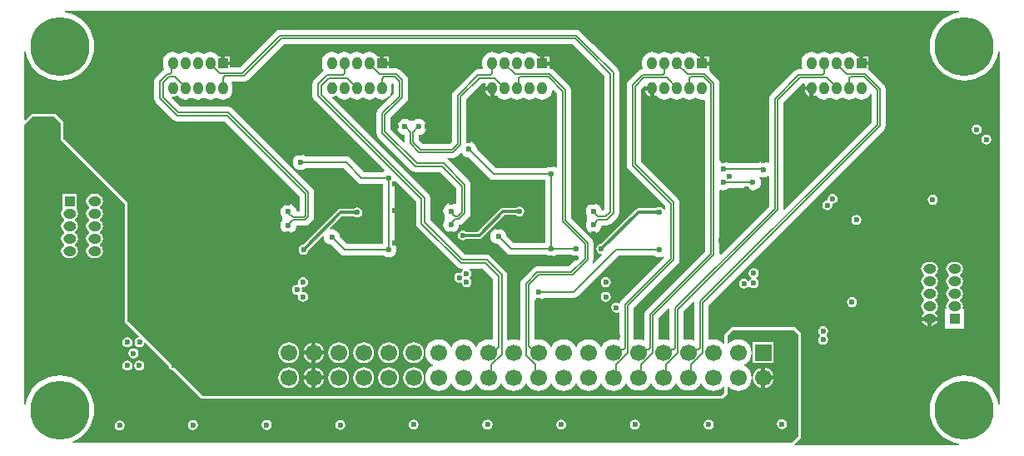
<source format=gbl>
G04*
G04 #@! TF.GenerationSoftware,Altium Limited,Altium Designer,21.8.1 (53)*
G04*
G04 Layer_Physical_Order=4*
G04 Layer_Color=16711680*
%FSAX44Y44*%
%MOMM*%
G71*
G04*
G04 #@! TF.SameCoordinates,FA5E87E6-E1E0-4C40-9374-903DC783770A*
G04*
G04*
G04 #@! TF.FilePolarity,Positive*
G04*
G01*
G75*
%ADD13C,0.3000*%
%ADD49C,0.1458*%
%ADD50C,0.2060*%
%ADD51C,0.1623*%
%ADD53R,1.0000X1.0000*%
%ADD54O,1.3000X1.0000*%
%ADD55R,1.0000X1.0000*%
%ADD56O,1.0000X1.3000*%
%ADD57C,1.7000*%
%ADD58R,1.7000X1.7000*%
%ADD59C,6.0000*%
%ADD60C,0.6000*%
G36*
X00954508Y00444676D02*
X00949151Y00443390D01*
X00944061Y00441282D01*
X00939364Y00438403D01*
X00935175Y00434825D01*
X00931597Y00430636D01*
X00928718Y00425939D01*
X00926610Y00420849D01*
X00925324Y00415492D01*
X00924892Y00410000D01*
X00925324Y00404508D01*
X00926610Y00399151D01*
X00928718Y00394061D01*
X00931597Y00389364D01*
X00935175Y00385175D01*
X00939364Y00381597D01*
X00944061Y00378718D01*
X00949151Y00376610D01*
X00954508Y00375324D01*
X00960000Y00374892D01*
X00965492Y00375324D01*
X00970849Y00376610D01*
X00975939Y00378718D01*
X00980636Y00381597D01*
X00984825Y00385175D01*
X00988403Y00389364D01*
X00991282Y00394061D01*
X00993390Y00399151D01*
X00994676Y00404508D01*
X00995922Y00404409D01*
Y00045591D01*
X00994676Y00045492D01*
X00993390Y00050849D01*
X00991282Y00055939D01*
X00988403Y00060636D01*
X00984825Y00064825D01*
X00980636Y00068403D01*
X00975939Y00071282D01*
X00970849Y00073390D01*
X00965492Y00074676D01*
X00960000Y00075108D01*
X00954508Y00074676D01*
X00949151Y00073390D01*
X00944061Y00071282D01*
X00939364Y00068403D01*
X00935175Y00064825D01*
X00931597Y00060636D01*
X00928718Y00055939D01*
X00926610Y00050849D01*
X00925324Y00045492D01*
X00924892Y00040000D01*
X00925324Y00034508D01*
X00926610Y00029151D01*
X00928718Y00024061D01*
X00931597Y00019364D01*
X00935175Y00015175D01*
X00939364Y00011597D01*
X00944061Y00008718D01*
X00949151Y00006610D01*
X00954508Y00005324D01*
X00954409Y00004078D01*
X00787625D01*
X00787147Y00005233D01*
X00793457Y00011543D01*
X00793853Y00012500D01*
Y00117500D01*
X00793457Y00118457D01*
X00788457Y00123457D01*
X00787500Y00123853D01*
X00723821D01*
X00722864Y00123457D01*
X00716543Y00117136D01*
X00716147Y00116179D01*
Y00107353D01*
X00714963Y00106951D01*
X00714328Y00107778D01*
X00711508Y00109942D01*
X00708224Y00111302D01*
X00704700Y00111767D01*
X00701312Y00111320D01*
X00700879Y00111420D01*
X00700062Y00111966D01*
Y00146598D01*
X00878320Y00324855D01*
X00878320Y00324855D01*
X00879586Y00326750D01*
X00880031Y00328986D01*
X00880031Y00328986D01*
Y00366628D01*
X00880031Y00366628D01*
X00879586Y00368863D01*
X00878320Y00370758D01*
X00863350Y00385727D01*
X00862400Y00386362D01*
Y00390700D01*
X00855400D01*
Y00392700D01*
X00853400D01*
Y00399700D01*
X00851084D01*
X00849832Y00401332D01*
X00847743Y00402935D01*
X00845311Y00403943D01*
X00842700Y00404286D01*
X00840089Y00403943D01*
X00837657Y00402935D01*
X00836350Y00401932D01*
X00835043Y00402935D01*
X00832610Y00403943D01*
X00830000Y00404286D01*
X00827390Y00403943D01*
X00824957Y00402935D01*
X00823650Y00401932D01*
X00822343Y00402935D01*
X00819911Y00403943D01*
X00817300Y00404286D01*
X00814689Y00403943D01*
X00812257Y00402935D01*
X00810950Y00401932D01*
X00809643Y00402935D01*
X00807210Y00403943D01*
X00804600Y00404286D01*
X00801990Y00403943D01*
X00799557Y00402935D01*
X00797468Y00401332D01*
X00795865Y00399243D01*
X00794857Y00396810D01*
X00794514Y00394200D01*
Y00391200D01*
X00794857Y00388590D01*
X00795323Y00387465D01*
X00794629Y00386425D01*
X00791518D01*
X00789283Y00385981D01*
X00787387Y00384714D01*
X00787387Y00384714D01*
X00763141Y00360468D01*
X00761875Y00358573D01*
X00761430Y00356338D01*
X00761430Y00356338D01*
Y00291759D01*
X00760180Y00291143D01*
X00759535Y00291638D01*
X00757588Y00292444D01*
X00755500Y00292719D01*
X00753412Y00292444D01*
X00751466Y00291638D01*
X00750827Y00291148D01*
X00720129D01*
X00719035Y00291988D01*
X00717088Y00292794D01*
X00715000Y00293069D01*
X00712912Y00292794D01*
X00712091Y00292454D01*
X00710841Y00293290D01*
Y00372403D01*
X00710397Y00374639D01*
X00709130Y00376534D01*
X00709130Y00376534D01*
X00708332Y00377333D01*
X00708331Y00377333D01*
X00708331Y00377333D01*
X00701088Y00384576D01*
X00700300Y00385500D01*
Y00390500D01*
X00693300D01*
Y00392500D01*
X00691300D01*
Y00399500D01*
X00688984D01*
X00687732Y00401132D01*
X00685643Y00402735D01*
X00683211Y00403743D01*
X00680600Y00404086D01*
X00677990Y00403743D01*
X00675557Y00402735D01*
X00674250Y00401732D01*
X00672943Y00402735D01*
X00670510Y00403743D01*
X00667900Y00404086D01*
X00665290Y00403743D01*
X00662857Y00402735D01*
X00661550Y00401732D01*
X00660243Y00402735D01*
X00657811Y00403743D01*
X00655200Y00404086D01*
X00652589Y00403743D01*
X00650157Y00402735D01*
X00648850Y00401732D01*
X00647543Y00402735D01*
X00645110Y00403743D01*
X00642500Y00404086D01*
X00639889Y00403743D01*
X00637457Y00402735D01*
X00635368Y00401132D01*
X00633765Y00399043D01*
X00632757Y00396610D01*
X00632414Y00394000D01*
Y00391000D01*
X00632757Y00388390D01*
X00633063Y00387651D01*
X00633016Y00387413D01*
X00632264Y00386315D01*
X00630585Y00385981D01*
X00628690Y00384714D01*
X00618452Y00374477D01*
X00617186Y00372581D01*
X00616741Y00370346D01*
X00616741Y00370346D01*
Y00288870D01*
X00616741Y00288870D01*
X00617186Y00286634D01*
X00618452Y00284739D01*
X00619251Y00283940D01*
X00619251Y00283940D01*
X00655814Y00247377D01*
Y00243877D01*
X00655595Y00243792D01*
X00654564Y00243669D01*
X00653605Y00245105D01*
X00651951Y00246210D01*
X00650000Y00246598D01*
X00648049Y00246210D01*
X00646395Y00245105D01*
X00646371Y00245069D01*
X00628608D01*
X00627242Y00244797D01*
X00626084Y00244023D01*
X00590950Y00208889D01*
X00590908Y00208898D01*
X00588957Y00208510D01*
X00587303Y00207405D01*
X00586198Y00205751D01*
X00585810Y00203800D01*
X00586198Y00201849D01*
X00587303Y00200195D01*
X00588957Y00199090D01*
X00590767Y00198730D01*
X00591065Y00198239D01*
X00591314Y00197508D01*
X00582795Y00188990D01*
X00581824Y00189787D01*
X00582296Y00190493D01*
X00582741Y00192728D01*
Y00210044D01*
X00582296Y00212279D01*
X00581030Y00214174D01*
X00581030Y00214174D01*
X00560042Y00235162D01*
Y00365235D01*
X00560042Y00365235D01*
X00559598Y00367470D01*
X00558331Y00369365D01*
X00558331Y00369365D01*
X00542133Y00385563D01*
X00540238Y00386830D01*
X00538003Y00387274D01*
X00537800Y00388492D01*
Y00390500D01*
X00530800D01*
Y00392500D01*
X00528800D01*
Y00399500D01*
X00526484D01*
X00525232Y00401132D01*
X00523143Y00402735D01*
X00520710Y00403743D01*
X00518100Y00404086D01*
X00515490Y00403743D01*
X00513057Y00402735D01*
X00511750Y00401732D01*
X00510443Y00402735D01*
X00508010Y00403743D01*
X00505400Y00404086D01*
X00502789Y00403743D01*
X00500357Y00402735D01*
X00499050Y00401732D01*
X00497743Y00402735D01*
X00495311Y00403743D01*
X00492700Y00404086D01*
X00490089Y00403743D01*
X00487657Y00402735D01*
X00486350Y00401732D01*
X00485043Y00402735D01*
X00482611Y00403743D01*
X00480000Y00404086D01*
X00477389Y00403743D01*
X00474957Y00402735D01*
X00472868Y00401132D01*
X00471265Y00399043D01*
X00470257Y00396610D01*
X00469914Y00394000D01*
Y00391000D01*
X00470257Y00388390D01*
X00470682Y00387364D01*
X00469988Y00386325D01*
X00465584D01*
X00465584Y00386325D01*
X00463349Y00385880D01*
X00461454Y00384614D01*
X00440570Y00363730D01*
X00439304Y00361835D01*
X00438859Y00359600D01*
X00438859Y00359600D01*
Y00313111D01*
X00436589Y00310841D01*
X00408985D01*
X00405206Y00314620D01*
Y00319958D01*
X00407088Y00320206D01*
X00409035Y00321012D01*
X00410706Y00322294D01*
X00411988Y00323965D01*
X00412794Y00325912D01*
X00413069Y00328000D01*
X00412794Y00330088D01*
X00411988Y00332034D01*
X00410706Y00333706D01*
X00409035Y00334988D01*
X00407088Y00335794D01*
X00405000Y00336069D01*
X00402912Y00335794D01*
X00400965Y00334988D01*
X00400330Y00334500D01*
X00395671D01*
X00395034Y00334988D01*
X00393088Y00335794D01*
X00391000Y00336069D01*
X00388912Y00335794D01*
X00386965Y00334988D01*
X00385294Y00333706D01*
X00384012Y00332034D01*
X00383206Y00330088D01*
X00382931Y00328000D01*
X00383206Y00325912D01*
X00384012Y00323965D01*
X00385294Y00322294D01*
X00386965Y00321012D01*
X00388912Y00320206D01*
X00390794Y00319958D01*
Y00313050D01*
X00389640Y00312571D01*
X00376727Y00325484D01*
Y00337838D01*
X00392546Y00353657D01*
X00393831Y00355580D01*
X00394282Y00357847D01*
X00394282Y00357848D01*
Y00375379D01*
X00394282Y00375379D01*
X00393831Y00377646D01*
X00392546Y00379569D01*
X00392546Y00379569D01*
X00386327Y00385788D01*
X00384405Y00387072D01*
X00382137Y00387523D01*
X00382137Y00387523D01*
X00374500D01*
Y00390500D01*
X00367500D01*
Y00392500D01*
X00365500D01*
Y00399500D01*
X00363184D01*
X00361932Y00401132D01*
X00359843Y00402735D01*
X00357411Y00403743D01*
X00354800Y00404086D01*
X00352189Y00403743D01*
X00349757Y00402735D01*
X00348450Y00401732D01*
X00347143Y00402735D01*
X00344711Y00403743D01*
X00342100Y00404086D01*
X00339490Y00403743D01*
X00337057Y00402735D01*
X00335750Y00401732D01*
X00334443Y00402735D01*
X00332010Y00403743D01*
X00329400Y00404086D01*
X00326790Y00403743D01*
X00324357Y00402735D01*
X00323050Y00401732D01*
X00321743Y00402735D01*
X00319310Y00403743D01*
X00316700Y00404086D01*
X00314090Y00403743D01*
X00311657Y00402735D01*
X00309568Y00401132D01*
X00307965Y00399043D01*
X00306957Y00396610D01*
X00306614Y00394000D01*
Y00391000D01*
X00306957Y00388390D01*
X00307965Y00385957D01*
X00308293Y00385529D01*
X00308142Y00384614D01*
X00308142Y00384614D01*
X00298869Y00375341D01*
X00297603Y00373446D01*
X00297159Y00371211D01*
X00297159Y00371211D01*
Y00359558D01*
X00297159Y00359558D01*
X00297603Y00357322D01*
X00298869Y00355427D01*
X00370209Y00284088D01*
X00369958Y00282571D01*
X00369371Y00282121D01*
X00349645D01*
X00335468Y00296297D01*
X00333474Y00297630D01*
X00331121Y00298098D01*
X00331121Y00298098D01*
X00290129D01*
X00289035Y00298938D01*
X00287088Y00299744D01*
X00285000Y00300019D01*
X00282912Y00299744D01*
X00280965Y00298938D01*
X00279294Y00297656D01*
X00278012Y00295984D01*
X00277206Y00294038D01*
X00276931Y00291950D01*
X00277206Y00289862D01*
X00278012Y00287915D01*
X00279294Y00286244D01*
X00280965Y00284962D01*
X00282912Y00284156D01*
X00285000Y00283881D01*
X00287088Y00284156D01*
X00289035Y00284962D01*
X00290129Y00285802D01*
X00328574D01*
X00342751Y00271625D01*
X00344745Y00270292D01*
X00347098Y00269825D01*
X00347098Y00269825D01*
X00368386D01*
Y00209198D01*
X00331947D01*
X00324674Y00216471D01*
X00324494Y00217838D01*
X00323688Y00219784D01*
X00322406Y00221456D01*
X00320734Y00222738D01*
X00318788Y00223544D01*
X00316700Y00223819D01*
X00315527Y00223665D01*
X00314943Y00224848D01*
X00327342Y00237247D01*
X00338871D01*
X00338895Y00237211D01*
X00340549Y00236106D01*
X00342500Y00235718D01*
X00344451Y00236106D01*
X00346105Y00237211D01*
X00347210Y00238865D01*
X00347598Y00240816D01*
X00347210Y00242767D01*
X00346105Y00244421D01*
X00344451Y00245526D01*
X00342500Y00245914D01*
X00340549Y00245526D01*
X00338895Y00244421D01*
X00338871Y00244384D01*
X00325864D01*
X00324498Y00244113D01*
X00323340Y00243339D01*
X00288141Y00208139D01*
X00288098Y00208148D01*
X00286147Y00207760D01*
X00284493Y00206655D01*
X00283388Y00205001D01*
X00283000Y00203050D01*
X00283388Y00201099D01*
X00284493Y00199445D01*
X00286147Y00198340D01*
X00288098Y00197952D01*
X00290049Y00198340D01*
X00291703Y00199445D01*
X00292808Y00201099D01*
X00293196Y00203050D01*
X00293188Y00203093D01*
X00307601Y00217507D01*
X00308785Y00216923D01*
X00308631Y00215750D01*
X00308906Y00213661D01*
X00309712Y00211715D01*
X00310994Y00210044D01*
X00312666Y00208762D01*
X00314612Y00207956D01*
X00315979Y00207776D01*
X00325053Y00198703D01*
X00325053Y00198703D01*
X00327047Y00197370D01*
X00329400Y00196902D01*
X00329400Y00196902D01*
X00369438D01*
X00370533Y00196062D01*
X00372479Y00195256D01*
X00374567Y00194981D01*
X00376656Y00195256D01*
X00378602Y00196062D01*
X00380273Y00197344D01*
X00381555Y00199015D01*
X00382361Y00200961D01*
X00382636Y00203050D01*
X00382361Y00205138D01*
X00381555Y00207084D01*
X00380682Y00208223D01*
Y00270887D01*
X00381099Y00271430D01*
X00382615Y00271682D01*
X00402195Y00252102D01*
Y00229649D01*
X00402195Y00229649D01*
X00402640Y00227413D01*
X00403906Y00225518D01*
X00443783Y00185641D01*
X00443783Y00185641D01*
X00445678Y00184375D01*
X00447914Y00183930D01*
X00450107D01*
X00450487Y00182680D01*
X00449890Y00182281D01*
X00448784Y00180627D01*
X00448717Y00180288D01*
X00447273Y00179437D01*
X00446231Y00179645D01*
X00444280Y00179256D01*
X00442626Y00178151D01*
X00441521Y00176497D01*
X00441133Y00174547D01*
X00441521Y00172596D01*
X00442626Y00170942D01*
X00444280Y00169837D01*
X00446231Y00169449D01*
X00447429Y00169687D01*
X00448181Y00169837D01*
X00448787Y00168780D01*
X00448932Y00168049D01*
X00450037Y00166395D01*
X00451691Y00165290D01*
X00453642Y00164902D01*
X00455593Y00165290D01*
X00457247Y00166395D01*
X00458352Y00168049D01*
X00458740Y00170000D01*
X00458352Y00171951D01*
X00457247Y00173605D01*
X00457011Y00173763D01*
Y00175013D01*
X00457099Y00175072D01*
X00458204Y00176726D01*
X00458592Y00178676D01*
X00458204Y00180627D01*
X00457099Y00182281D01*
X00456502Y00182680D01*
X00456881Y00183930D01*
X00470686D01*
X00480894Y00173722D01*
Y00111902D01*
X00479854Y00111207D01*
X00479624Y00111302D01*
X00476100Y00111767D01*
X00472576Y00111302D01*
X00469292Y00109942D01*
X00466472Y00107778D01*
X00464308Y00104958D01*
X00464025Y00104276D01*
X00462775D01*
X00462492Y00104958D01*
X00460328Y00107778D01*
X00457508Y00109942D01*
X00454224Y00111302D01*
X00450700Y00111767D01*
X00447176Y00111302D01*
X00443892Y00109942D01*
X00441072Y00107778D01*
X00438908Y00104958D01*
X00438625Y00104276D01*
X00437375D01*
X00437092Y00104958D01*
X00434928Y00107778D01*
X00432108Y00109942D01*
X00428824Y00111302D01*
X00425300Y00111767D01*
X00421776Y00111302D01*
X00418492Y00109942D01*
X00415672Y00107778D01*
X00413508Y00104958D01*
X00412147Y00101674D01*
X00411809Y00099104D01*
X00411717Y00098408D01*
X00410457D01*
X00410365Y00099104D01*
X00410130Y00100891D01*
X00409072Y00103445D01*
X00407389Y00105639D01*
X00405195Y00107322D01*
X00402641Y00108380D01*
X00399900Y00108741D01*
X00397159Y00108380D01*
X00394605Y00107322D01*
X00392411Y00105639D01*
X00390728Y00103445D01*
X00389670Y00100891D01*
X00389309Y00098150D01*
X00389670Y00095409D01*
X00390728Y00092855D01*
X00392411Y00090661D01*
X00394605Y00088978D01*
X00397159Y00087920D01*
X00399900Y00087559D01*
X00402641Y00087920D01*
X00405195Y00088978D01*
X00407389Y00090661D01*
X00409072Y00092855D01*
X00410130Y00095409D01*
X00410365Y00097196D01*
X00410457Y00097892D01*
X00411717D01*
X00411809Y00097196D01*
X00412147Y00094626D01*
X00413508Y00091342D01*
X00415672Y00088522D01*
X00418492Y00086358D01*
X00419174Y00086075D01*
Y00084825D01*
X00418492Y00084542D01*
X00415672Y00082378D01*
X00413508Y00079558D01*
X00412147Y00076274D01*
X00411809Y00073704D01*
X00411717Y00073008D01*
X00410457D01*
X00410365Y00073704D01*
X00410130Y00075491D01*
X00409072Y00078045D01*
X00407389Y00080239D01*
X00405195Y00081922D01*
X00402641Y00082980D01*
X00399900Y00083341D01*
X00397159Y00082980D01*
X00394605Y00081922D01*
X00392411Y00080239D01*
X00390728Y00078045D01*
X00389670Y00075491D01*
X00389309Y00072750D01*
X00389670Y00070009D01*
X00390728Y00067455D01*
X00392411Y00065261D01*
X00394605Y00063578D01*
X00397159Y00062520D01*
X00399900Y00062159D01*
X00402641Y00062520D01*
X00405195Y00063578D01*
X00407389Y00065261D01*
X00409072Y00067455D01*
X00410130Y00070009D01*
X00410365Y00071796D01*
X00410457Y00072492D01*
X00411717D01*
X00411809Y00071796D01*
X00412147Y00069226D01*
X00413508Y00065942D01*
X00415672Y00063122D01*
X00418492Y00060958D01*
X00421776Y00059598D01*
X00425300Y00059134D01*
X00428824Y00059598D01*
X00432108Y00060958D01*
X00434928Y00063122D01*
X00437092Y00065942D01*
X00437375Y00066624D01*
X00438625D01*
X00438908Y00065942D01*
X00441072Y00063122D01*
X00443892Y00060958D01*
X00447176Y00059598D01*
X00450700Y00059134D01*
X00454224Y00059598D01*
X00457508Y00060958D01*
X00460328Y00063122D01*
X00462492Y00065942D01*
X00462775Y00066624D01*
X00464025D01*
X00464308Y00065942D01*
X00466472Y00063122D01*
X00469292Y00060958D01*
X00472576Y00059598D01*
X00476100Y00059134D01*
X00479624Y00059598D01*
X00482908Y00060958D01*
X00485728Y00063122D01*
X00487892Y00065942D01*
X00488175Y00066624D01*
X00489425D01*
X00489708Y00065942D01*
X00491872Y00063122D01*
X00494692Y00060958D01*
X00497976Y00059598D01*
X00501500Y00059134D01*
X00505024Y00059598D01*
X00508308Y00060958D01*
X00511128Y00063122D01*
X00513292Y00065942D01*
X00513575Y00066624D01*
X00514825D01*
X00515108Y00065942D01*
X00517272Y00063122D01*
X00520092Y00060958D01*
X00523376Y00059598D01*
X00526900Y00059134D01*
X00530424Y00059598D01*
X00533708Y00060958D01*
X00536528Y00063122D01*
X00538692Y00065942D01*
X00538975Y00066624D01*
X00540225D01*
X00540508Y00065942D01*
X00542672Y00063122D01*
X00545492Y00060958D01*
X00548776Y00059598D01*
X00552300Y00059134D01*
X00555824Y00059598D01*
X00559108Y00060958D01*
X00561928Y00063122D01*
X00564092Y00065942D01*
X00564375Y00066624D01*
X00565625D01*
X00565908Y00065942D01*
X00568072Y00063122D01*
X00570892Y00060958D01*
X00574176Y00059598D01*
X00577700Y00059134D01*
X00581224Y00059598D01*
X00584508Y00060958D01*
X00587328Y00063122D01*
X00589492Y00065942D01*
X00589775Y00066624D01*
X00591025D01*
X00591308Y00065942D01*
X00593472Y00063122D01*
X00596292Y00060958D01*
X00599576Y00059598D01*
X00603100Y00059134D01*
X00606624Y00059598D01*
X00609908Y00060958D01*
X00612728Y00063122D01*
X00614892Y00065942D01*
X00615175Y00066624D01*
X00616425D01*
X00616708Y00065942D01*
X00618872Y00063122D01*
X00621692Y00060958D01*
X00624976Y00059598D01*
X00628500Y00059134D01*
X00632024Y00059598D01*
X00635308Y00060958D01*
X00638128Y00063122D01*
X00640292Y00065942D01*
X00640575Y00066624D01*
X00641825D01*
X00642108Y00065942D01*
X00644272Y00063122D01*
X00647092Y00060958D01*
X00650376Y00059598D01*
X00653900Y00059134D01*
X00657424Y00059598D01*
X00660708Y00060958D01*
X00663528Y00063122D01*
X00665692Y00065942D01*
X00665975Y00066624D01*
X00667225D01*
X00667508Y00065942D01*
X00669672Y00063122D01*
X00672492Y00060958D01*
X00675776Y00059598D01*
X00679300Y00059134D01*
X00682824Y00059598D01*
X00686108Y00060958D01*
X00688928Y00063122D01*
X00691092Y00065942D01*
X00691375Y00066624D01*
X00692625D01*
X00692908Y00065942D01*
X00695072Y00063122D01*
X00697892Y00060958D01*
X00701176Y00059598D01*
X00704700Y00059134D01*
X00708224Y00059598D01*
X00711508Y00060958D01*
X00714328Y00063122D01*
X00714963Y00063949D01*
X00716147Y00063548D01*
Y00057453D01*
X00712547Y00053853D01*
X00185560D01*
X00108853Y00130560D01*
Y00250000D01*
X00108457Y00250957D01*
X00043853Y00315560D01*
Y00332500D01*
X00043457Y00333457D01*
X00035957Y00340957D01*
X00035000Y00341353D01*
X00012500D01*
X00011543Y00340957D01*
X00005233Y00334646D01*
X00004078Y00335125D01*
Y00404409D01*
X00005324Y00404508D01*
X00006610Y00399151D01*
X00008718Y00394061D01*
X00011597Y00389364D01*
X00015175Y00385175D01*
X00019364Y00381597D01*
X00024061Y00378718D01*
X00029151Y00376610D01*
X00034508Y00375324D01*
X00040000Y00374892D01*
X00045492Y00375324D01*
X00050849Y00376610D01*
X00055939Y00378718D01*
X00060636Y00381597D01*
X00064825Y00385175D01*
X00068403Y00389364D01*
X00071282Y00394061D01*
X00073390Y00399151D01*
X00074676Y00404508D01*
X00075108Y00410000D01*
X00074676Y00415492D01*
X00073390Y00420849D01*
X00071282Y00425939D01*
X00068403Y00430636D01*
X00064825Y00434825D01*
X00060636Y00438403D01*
X00055939Y00441282D01*
X00050849Y00443390D01*
X00045492Y00444676D01*
X00045591Y00445922D01*
X00954409D01*
X00954508Y00444676D01*
D02*
G37*
G36*
X00379537Y00371501D02*
Y00361500D01*
X00363718Y00345681D01*
X00362434Y00343759D01*
X00361983Y00341491D01*
X00361983Y00341491D01*
Y00321831D01*
X00361983Y00321831D01*
X00362434Y00319563D01*
X00363718Y00317641D01*
X00397755Y00283604D01*
X00399678Y00282320D01*
X00401945Y00281868D01*
X00401945Y00281868D01*
X00426582D01*
X00443157Y00265294D01*
Y00249895D01*
X00442833Y00249736D01*
X00441907Y00249396D01*
X00440088Y00250150D01*
X00438000Y00250425D01*
X00435912Y00250150D01*
X00433965Y00249344D01*
X00432294Y00248061D01*
X00431012Y00246390D01*
X00430206Y00244444D01*
X00429931Y00242356D01*
X00430206Y00240267D01*
X00431012Y00238321D01*
X00431500Y00237685D01*
Y00233026D01*
X00431012Y00232390D01*
X00430206Y00230444D01*
X00429931Y00228356D01*
X00430206Y00226267D01*
X00431012Y00224321D01*
X00432294Y00222650D01*
X00433965Y00221368D01*
X00435912Y00220562D01*
X00438000Y00220287D01*
X00440088Y00220562D01*
X00442034Y00221368D01*
X00443706Y00222650D01*
X00444988Y00224321D01*
X00445794Y00226267D01*
X00446023Y00228003D01*
X00448190Y00228435D01*
X00450113Y00229719D01*
X00456166Y00235772D01*
X00456166Y00235772D01*
X00457450Y00237695D01*
X00457901Y00239962D01*
X00457901Y00239962D01*
Y00268947D01*
X00457901Y00268947D01*
X00457450Y00271214D01*
X00456166Y00273137D01*
X00456166Y00273137D01*
X00434425Y00294877D01*
X00433972Y00295180D01*
X00434351Y00296430D01*
X00440139D01*
X00440139Y00296430D01*
X00442374Y00296875D01*
X00444269Y00298141D01*
X00447746Y00301617D01*
X00448972Y00301374D01*
X00449090Y00301087D01*
X00450373Y00299416D01*
X00452044Y00298134D01*
X00453990Y00297328D01*
X00455358Y00297148D01*
X00476853Y00275653D01*
X00478847Y00274320D01*
X00481200Y00273852D01*
X00481200Y00273852D01*
X00533919D01*
Y00209948D01*
X00501314D01*
X00494041Y00217221D01*
X00493861Y00218588D01*
X00493055Y00220534D01*
X00491773Y00222206D01*
X00490102Y00223488D01*
X00488156Y00224294D01*
X00486067Y00224569D01*
X00483979Y00224294D01*
X00482033Y00223488D01*
X00480362Y00222206D01*
X00479079Y00220534D01*
X00478273Y00218588D01*
X00477998Y00216500D01*
X00478273Y00214412D01*
X00479079Y00212465D01*
X00480362Y00210794D01*
X00482033Y00209512D01*
X00483979Y00208706D01*
X00485347Y00208526D01*
X00494420Y00199453D01*
X00494420Y00199453D01*
X00496414Y00198120D01*
X00498767Y00197652D01*
X00498767Y00197652D01*
X00534938D01*
X00536033Y00196812D01*
X00537979Y00196006D01*
X00540067Y00195731D01*
X00542156Y00196006D01*
X00544102Y00196812D01*
X00545196Y00197652D01*
X00560378D01*
X00561473Y00196812D01*
X00563419Y00196006D01*
X00565508Y00195731D01*
X00566092Y00195808D01*
X00566676Y00194624D01*
X00557893Y00185841D01*
X00525706D01*
X00525705Y00185841D01*
X00523470Y00185397D01*
X00521575Y00184130D01*
X00510090Y00172646D01*
X00508824Y00170751D01*
X00508379Y00168515D01*
X00508379Y00168515D01*
Y00111266D01*
X00507129Y00110430D01*
X00505024Y00111302D01*
X00501500Y00111767D01*
X00497976Y00111302D01*
X00496344Y00110627D01*
X00495305Y00111321D01*
Y00177272D01*
X00495305Y00177272D01*
X00494860Y00179507D01*
X00493594Y00181402D01*
X00493594Y00181402D01*
X00478366Y00196630D01*
X00476471Y00197897D01*
X00474235Y00198341D01*
X00474235Y00198341D01*
X00451463D01*
X00416606Y00233198D01*
Y00255651D01*
X00416606Y00255651D01*
X00416162Y00257887D01*
X00414895Y00259782D01*
X00414895Y00259782D01*
X00317317Y00357360D01*
X00317765Y00358680D01*
X00318527Y00358780D01*
X00320230Y00359486D01*
X00321021Y00360093D01*
X00322268Y00358468D01*
X00324357Y00356865D01*
X00326790Y00355857D01*
X00329400Y00355514D01*
X00332010Y00355857D01*
X00334443Y00356865D01*
X00335750Y00357868D01*
X00337057Y00356865D01*
X00339490Y00355857D01*
X00342100Y00355514D01*
X00344711Y00355857D01*
X00347143Y00356865D01*
X00348450Y00357868D01*
X00349757Y00356865D01*
X00352189Y00355857D01*
X00354800Y00355514D01*
X00357411Y00355857D01*
X00359843Y00356865D01*
X00361150Y00357868D01*
X00362457Y00356865D01*
X00364889Y00355857D01*
X00367500Y00355514D01*
X00370111Y00355857D01*
X00372543Y00356865D01*
X00374632Y00358468D01*
X00376235Y00360557D01*
X00377243Y00362990D01*
X00377586Y00365600D01*
Y00368600D01*
X00377248Y00371173D01*
X00377262Y00371239D01*
X00378020Y00372377D01*
X00378574Y00372417D01*
X00379537Y00371501D01*
D02*
G37*
G36*
X00473365Y00370874D02*
X00473180Y00370427D01*
X00473005Y00369100D01*
X00480000D01*
Y00367100D01*
X00482000D01*
Y00358852D01*
X00483530Y00359486D01*
X00484321Y00360093D01*
X00485568Y00358468D01*
X00487657Y00356865D01*
X00490089Y00355857D01*
X00492700Y00355514D01*
X00495311Y00355857D01*
X00497743Y00356865D01*
X00499050Y00357868D01*
X00500357Y00356865D01*
X00502789Y00355857D01*
X00505400Y00355514D01*
X00508010Y00355857D01*
X00510443Y00356865D01*
X00511750Y00357868D01*
X00513057Y00356865D01*
X00515490Y00355857D01*
X00518100Y00355514D01*
X00520710Y00355857D01*
X00523143Y00356865D01*
X00524450Y00357868D01*
X00525757Y00356865D01*
X00528190Y00355857D01*
X00530800Y00355514D01*
X00533410Y00355857D01*
X00535843Y00356865D01*
X00537932Y00358468D01*
X00539535Y00360557D01*
X00540543Y00362990D01*
X00540777Y00364771D01*
X00542097Y00365219D01*
X00545631Y00361685D01*
Y00287227D01*
X00544510Y00286674D01*
X00544102Y00286988D01*
X00542156Y00287794D01*
X00540067Y00288069D01*
X00537979Y00287794D01*
X00536033Y00286988D01*
X00534938Y00286148D01*
X00483747D01*
X00464052Y00305842D01*
X00463872Y00307210D01*
X00463066Y00309156D01*
X00461784Y00310828D01*
X00460113Y00312110D01*
X00458167Y00312916D01*
X00456078Y00313191D01*
X00454520Y00312986D01*
X00453270Y00313834D01*
Y00356050D01*
X00469134Y00371914D01*
X00472671D01*
X00473365Y00370874D01*
D02*
G37*
G36*
X00761430Y00277541D02*
Y00247191D01*
X00712091Y00197852D01*
X00710841Y00198370D01*
Y00263246D01*
X00712091Y00264081D01*
X00712912Y00263742D01*
X00715000Y00263467D01*
X00717088Y00263742D01*
X00719035Y00264548D01*
X00720129Y00265388D01*
X00739871D01*
X00740965Y00264548D01*
X00742912Y00263742D01*
X00745000Y00263467D01*
X00747088Y00263742D01*
X00749035Y00264548D01*
X00750706Y00265830D01*
X00751988Y00267501D01*
X00752794Y00269447D01*
X00753069Y00271536D01*
X00752794Y00273624D01*
X00751988Y00275570D01*
X00751400Y00276336D01*
X00752188Y00277363D01*
X00753412Y00276856D01*
X00755500Y00276581D01*
X00757588Y00276856D01*
X00759535Y00277662D01*
X00760180Y00278158D01*
X00761430Y00277541D01*
D02*
G37*
G36*
X00797924Y00370975D02*
X00797780Y00370627D01*
X00797605Y00369300D01*
X00804600D01*
Y00367300D01*
X00806600D01*
Y00359052D01*
X00808130Y00359686D01*
X00808921Y00360293D01*
X00810168Y00358668D01*
X00812257Y00357065D01*
X00814689Y00356057D01*
X00817300Y00355714D01*
X00819911Y00356057D01*
X00822343Y00357065D01*
X00823650Y00358068D01*
X00824957Y00357065D01*
X00827390Y00356057D01*
X00830000Y00355714D01*
X00832610Y00356057D01*
X00835043Y00357065D01*
X00836350Y00358068D01*
X00837657Y00357065D01*
X00840089Y00356057D01*
X00842700Y00355714D01*
X00845311Y00356057D01*
X00847743Y00357065D01*
X00849050Y00358068D01*
X00850357Y00357065D01*
X00852790Y00356057D01*
X00855400Y00355714D01*
X00858010Y00356057D01*
X00860443Y00357065D01*
X00862532Y00358668D01*
X00864135Y00360757D01*
X00864369Y00361323D01*
X00865619Y00361074D01*
Y00332536D01*
X00777091Y00244007D01*
X00775841Y00244525D01*
Y00352788D01*
X00795068Y00372014D01*
X00797230D01*
X00797924Y00370975D01*
D02*
G37*
G36*
X00645965Y00196062D02*
X00647912Y00195256D01*
X00650000Y00194981D01*
X00652088Y00195256D01*
X00653686Y00195918D01*
X00654394Y00194858D01*
X00611162Y00151626D01*
X00609896Y00149731D01*
X00609722Y00148856D01*
X00608567Y00148378D01*
X00608118Y00148678D01*
X00606167Y00149066D01*
X00604216Y00148678D01*
X00602562Y00147572D01*
X00601457Y00145919D01*
X00601069Y00143968D01*
X00601457Y00142017D01*
X00602562Y00140363D01*
X00604216Y00139258D01*
X00606167Y00138870D01*
X00608118Y00139258D01*
X00608349Y00139412D01*
X00609451Y00138822D01*
Y00111257D01*
X00608412Y00110562D01*
X00606624Y00111302D01*
X00603100Y00111767D01*
X00599576Y00111302D01*
X00596292Y00109942D01*
X00593472Y00107778D01*
X00591308Y00104958D01*
X00591025Y00104276D01*
X00589775D01*
X00589492Y00104958D01*
X00587328Y00107778D01*
X00584508Y00109942D01*
X00581224Y00111302D01*
X00577700Y00111767D01*
X00574176Y00111302D01*
X00570892Y00109942D01*
X00568072Y00107778D01*
X00565908Y00104958D01*
X00565625Y00104276D01*
X00564375D01*
X00564092Y00104958D01*
X00561928Y00107778D01*
X00559108Y00109942D01*
X00555824Y00111302D01*
X00552300Y00111767D01*
X00548776Y00111302D01*
X00545492Y00109942D01*
X00542672Y00107778D01*
X00540508Y00104958D01*
X00540225Y00104276D01*
X00538975D01*
X00538692Y00104958D01*
X00536528Y00107778D01*
X00533708Y00109942D01*
X00530424Y00111302D01*
X00526900Y00111767D01*
X00524041Y00111390D01*
X00522790Y00112298D01*
Y00151690D01*
X00524041Y00152525D01*
X00524812Y00152206D01*
X00526900Y00151931D01*
X00528988Y00152206D01*
X00530934Y00153012D01*
X00532029Y00153852D01*
X00562500D01*
X00562500Y00153852D01*
X00564853Y00154320D01*
X00566847Y00155653D01*
X00608097Y00196902D01*
X00644871D01*
X00645965Y00196062D01*
D02*
G37*
G36*
X00685651Y00149264D02*
Y00111257D01*
X00684612Y00110562D01*
X00682824Y00111302D01*
X00679300Y00111767D01*
X00675912Y00111320D01*
X00675479Y00111420D01*
X00674662Y00111966D01*
Y00140043D01*
X00684401Y00149782D01*
X00685651Y00149264D01*
D02*
G37*
G36*
X00660251Y00142951D02*
Y00111257D01*
X00659212Y00110562D01*
X00657424Y00111302D01*
X00653900Y00111767D01*
X00650512Y00111320D01*
X00650079Y00111420D01*
X00649262Y00111966D01*
Y00133729D01*
X00659001Y00143468D01*
X00660251Y00142951D01*
D02*
G37*
G36*
X00635548Y00369424D02*
X00635505Y00369100D01*
X00642500D01*
Y00367100D01*
X00644500D01*
Y00358852D01*
X00646030Y00359486D01*
X00646821Y00360093D01*
X00648068Y00358468D01*
X00650157Y00356865D01*
X00652589Y00355857D01*
X00655200Y00355514D01*
X00657811Y00355857D01*
X00660243Y00356865D01*
X00661550Y00357868D01*
X00662857Y00356865D01*
X00665290Y00355857D01*
X00667900Y00355514D01*
X00670510Y00355857D01*
X00672943Y00356865D01*
X00674250Y00357868D01*
X00675557Y00356865D01*
X00677990Y00355857D01*
X00680600Y00355514D01*
X00683211Y00355857D01*
X00685643Y00356865D01*
X00686950Y00357868D01*
X00688257Y00356865D01*
X00690689Y00355857D01*
X00693300Y00355514D01*
X00695180Y00355761D01*
X00696430Y00354824D01*
Y00201278D01*
X00636562Y00141410D01*
X00635296Y00139515D01*
X00634851Y00137279D01*
X00634851Y00137279D01*
Y00111257D01*
X00633812Y00110562D01*
X00632024Y00111302D01*
X00628500Y00111767D01*
X00625112Y00111320D01*
X00624679Y00111420D01*
X00623862Y00111966D01*
Y00143946D01*
X00668514Y00188598D01*
X00668514Y00188598D01*
X00669781Y00190493D01*
X00670225Y00192728D01*
X00670225Y00192728D01*
Y00250927D01*
X00670225Y00250927D01*
X00669781Y00253162D01*
X00668514Y00255057D01*
X00631152Y00292420D01*
Y00366796D01*
X00634364Y00370008D01*
X00635548Y00369424D01*
D02*
G37*
G36*
X00041147Y00331940D02*
Y00315000D01*
X00041543Y00314043D01*
X00106147Y00249440D01*
Y00130000D01*
X00106543Y00129043D01*
X00120581Y00115006D01*
X00120169Y00113649D01*
X00119216Y00113460D01*
X00117563Y00112355D01*
X00116458Y00110701D01*
X00116069Y00108750D01*
X00116458Y00106799D01*
X00117563Y00105145D01*
X00119216Y00104040D01*
X00121167Y00103652D01*
X00123118Y00104040D01*
X00124772Y00105145D01*
X00125877Y00106799D01*
X00126067Y00107752D01*
X00127423Y00108163D01*
X00151106Y00084481D01*
X00151390Y00083049D01*
X00152496Y00081395D01*
X00154150Y00080290D01*
X00155581Y00080005D01*
X00184043Y00051543D01*
X00185000Y00051147D01*
X00713108D01*
X00714064Y00051543D01*
X00718457Y00055935D01*
X00718853Y00056892D01*
Y00063287D01*
X00720037Y00063689D01*
X00720472Y00063122D01*
X00723292Y00060958D01*
X00726576Y00059598D01*
X00730100Y00059134D01*
X00733624Y00059598D01*
X00736908Y00060958D01*
X00739728Y00063122D01*
X00741892Y00065942D01*
X00743252Y00069226D01*
X00743591Y00071796D01*
X00743683Y00072492D01*
X00744943D01*
X00745035Y00071796D01*
X00745270Y00070009D01*
X00746328Y00067455D01*
X00748011Y00065261D01*
X00750205Y00063578D01*
X00752759Y00062520D01*
X00753500Y00062423D01*
Y00072750D01*
Y00083077D01*
X00752759Y00082980D01*
X00750205Y00081922D01*
X00748011Y00080239D01*
X00746328Y00078045D01*
X00745270Y00075491D01*
X00745035Y00073704D01*
X00744943Y00073008D01*
X00743683D01*
X00743591Y00073704D01*
X00743252Y00076274D01*
X00741892Y00079558D01*
X00739728Y00082378D01*
X00736908Y00084542D01*
X00736226Y00084825D01*
Y00086075D01*
X00736909Y00086358D01*
X00739729Y00088522D01*
X00741893Y00091342D01*
X00743253Y00094626D01*
X00743717Y00098150D01*
X00743253Y00101674D01*
X00741893Y00104958D01*
X00739729Y00107778D01*
X00736909Y00109942D01*
X00733625Y00111302D01*
X00730101Y00111767D01*
X00726577Y00111302D01*
X00723293Y00109942D01*
X00720472Y00107778D01*
X00720037Y00107210D01*
X00718853Y00107612D01*
Y00115619D01*
X00724381Y00121147D01*
X00786940D01*
X00791147Y00116940D01*
Y00013060D01*
X00784440Y00006353D01*
X00053495D01*
X00053246Y00007603D01*
X00055939Y00008718D01*
X00060636Y00011597D01*
X00064825Y00015175D01*
X00068403Y00019364D01*
X00071282Y00024061D01*
X00073390Y00029151D01*
X00074676Y00034508D01*
X00075108Y00040000D01*
X00074676Y00045492D01*
X00073390Y00050849D01*
X00071282Y00055939D01*
X00068403Y00060636D01*
X00064825Y00064825D01*
X00060636Y00068403D01*
X00055939Y00071282D01*
X00050849Y00073390D01*
X00045492Y00074676D01*
X00040000Y00075108D01*
X00034508Y00074676D01*
X00029151Y00073390D01*
X00024061Y00071282D01*
X00019364Y00068403D01*
X00015175Y00064825D01*
X00011597Y00060636D01*
X00008718Y00055939D01*
X00006610Y00050849D01*
X00005324Y00045492D01*
X00004078Y00045591D01*
Y00329665D01*
X00013060Y00338647D01*
X00034440D01*
X00041147Y00331940D01*
D02*
G37*
%LPC*%
G36*
X00565360Y00426600D02*
X00565360Y00426600D01*
X00264000D01*
X00264000Y00426600D01*
X00261732Y00426149D01*
X00259810Y00424864D01*
X00259810Y00424864D01*
X00223421Y00388476D01*
X00212800D01*
Y00390700D01*
X00205800D01*
Y00392700D01*
X00203800D01*
Y00399700D01*
X00201484D01*
X00200232Y00401332D01*
X00198143Y00402935D01*
X00195711Y00403943D01*
X00193100Y00404286D01*
X00190490Y00403943D01*
X00188057Y00402935D01*
X00186750Y00401932D01*
X00185443Y00402935D01*
X00183011Y00403943D01*
X00180400Y00404286D01*
X00177789Y00403943D01*
X00175357Y00402935D01*
X00174050Y00401932D01*
X00172743Y00402935D01*
X00170310Y00403943D01*
X00167700Y00404286D01*
X00165089Y00403943D01*
X00162657Y00402935D01*
X00161350Y00401932D01*
X00160043Y00402935D01*
X00157611Y00403943D01*
X00155000Y00404286D01*
X00152389Y00403943D01*
X00149957Y00402935D01*
X00147868Y00401332D01*
X00146265Y00399243D01*
X00145257Y00396810D01*
X00144914Y00394200D01*
Y00391200D01*
X00145257Y00388590D01*
X00146191Y00386335D01*
X00145373Y00385788D01*
X00145373Y00385788D01*
X00137917Y00378332D01*
X00136632Y00376409D01*
X00136181Y00374142D01*
X00136181Y00374142D01*
Y00356695D01*
X00136181Y00356695D01*
X00136632Y00354427D01*
X00137917Y00352505D01*
X00155005Y00335417D01*
X00156927Y00334132D01*
X00159195Y00333681D01*
X00159195Y00333681D01*
X00207939D01*
X00284074Y00257546D01*
Y00241978D01*
X00280520D01*
X00280294Y00243694D01*
X00279488Y00245640D01*
X00278206Y00247311D01*
X00276535Y00248594D01*
X00274588Y00249400D01*
X00272500Y00249675D01*
X00270412Y00249400D01*
X00268465Y00248594D01*
X00266794Y00247311D01*
X00265512Y00245640D01*
X00264706Y00243694D01*
X00264431Y00241606D01*
X00264706Y00239517D01*
X00265512Y00237571D01*
X00266000Y00236935D01*
Y00232276D01*
X00265512Y00231640D01*
X00264706Y00229694D01*
X00264431Y00227606D01*
X00264706Y00225517D01*
X00265512Y00223571D01*
X00266794Y00221900D01*
X00268465Y00220618D01*
X00270412Y00219812D01*
X00272500Y00219537D01*
X00274588Y00219812D01*
X00276535Y00220618D01*
X00278206Y00221900D01*
X00279488Y00223571D01*
X00280294Y00225517D01*
X00280391Y00226253D01*
X00281002Y00227234D01*
X00281002Y00227234D01*
X00289296D01*
X00289297Y00227234D01*
X00291564Y00227685D01*
X00293487Y00228969D01*
X00297083Y00232566D01*
X00297083Y00232566D01*
X00298368Y00234488D01*
X00298819Y00236756D01*
X00298819Y00236756D01*
Y00261198D01*
X00298819Y00261198D01*
X00298368Y00263466D01*
X00297083Y00265388D01*
X00297083Y00265389D01*
X00215782Y00346690D01*
X00213859Y00347975D01*
X00211592Y00348425D01*
X00211592Y00348425D01*
X00162848D01*
X00153612Y00357662D01*
X00154196Y00358845D01*
X00155000Y00358740D01*
X00156827Y00358980D01*
X00158530Y00359686D01*
X00159321Y00360293D01*
X00160568Y00358668D01*
X00162657Y00357065D01*
X00165089Y00356057D01*
X00167700Y00355714D01*
X00170310Y00356057D01*
X00172743Y00357065D01*
X00174050Y00358068D01*
X00175357Y00357065D01*
X00177789Y00356057D01*
X00180400Y00355714D01*
X00183011Y00356057D01*
X00185443Y00357065D01*
X00186750Y00358068D01*
X00188057Y00357065D01*
X00190490Y00356057D01*
X00193100Y00355714D01*
X00195711Y00356057D01*
X00198143Y00357065D01*
X00199450Y00358068D01*
X00200757Y00357065D01*
X00203190Y00356057D01*
X00205800Y00355714D01*
X00208410Y00356057D01*
X00210843Y00357065D01*
X00212932Y00358668D01*
X00214535Y00360757D01*
X00215543Y00363190D01*
X00215886Y00365800D01*
Y00368800D01*
X00215543Y00371410D01*
X00215012Y00372692D01*
X00215706Y00373731D01*
X00227074D01*
X00227074Y00373731D01*
X00229342Y00374182D01*
X00231264Y00375467D01*
X00267653Y00411855D01*
X00561708D01*
X00572753Y00400810D01*
X00594075Y00379488D01*
Y00243901D01*
X00592546Y00242372D01*
X00591020D01*
X00590794Y00244088D01*
X00589988Y00246035D01*
X00588706Y00247706D01*
X00587034Y00248988D01*
X00585088Y00249794D01*
X00583000Y00250069D01*
X00580912Y00249794D01*
X00578965Y00248988D01*
X00577294Y00247706D01*
X00576012Y00246035D01*
X00575206Y00244088D01*
X00574931Y00242000D01*
X00575206Y00239912D01*
X00576012Y00237966D01*
X00576500Y00237330D01*
Y00232670D01*
X00576012Y00232034D01*
X00575206Y00230088D01*
X00574931Y00228000D01*
X00575206Y00225912D01*
X00576012Y00223965D01*
X00577294Y00222294D01*
X00578965Y00221012D01*
X00580912Y00220206D01*
X00583000Y00219931D01*
X00585088Y00220206D01*
X00587034Y00221012D01*
X00588706Y00222294D01*
X00589988Y00223965D01*
X00590794Y00225912D01*
X00591020Y00227628D01*
X00596198D01*
X00596199Y00227628D01*
X00598466Y00228079D01*
X00600388Y00229363D01*
X00607083Y00236058D01*
X00608368Y00237981D01*
X00608819Y00240248D01*
X00608819Y00240248D01*
Y00383141D01*
X00608368Y00385409D01*
X00607083Y00387331D01*
X00607083Y00387331D01*
X00582187Y00412227D01*
X00582187Y00412228D01*
X00569551Y00424864D01*
X00567628Y00426149D01*
X00565360Y00426600D01*
D02*
G37*
G36*
X00212800Y00399700D02*
X00207800D01*
Y00394700D01*
X00212800D01*
Y00399700D01*
D02*
G37*
G36*
X00862400D02*
X00857400D01*
Y00394700D01*
X00862400D01*
Y00399700D01*
D02*
G37*
G36*
X00374500Y00399500D02*
X00369500D01*
Y00394500D01*
X00374500D01*
Y00399500D01*
D02*
G37*
G36*
X00700300D02*
X00695300D01*
Y00394500D01*
X00700300D01*
Y00399500D01*
D02*
G37*
G36*
X00537800D02*
X00532800D01*
Y00394500D01*
X00537800D01*
Y00399500D01*
D02*
G37*
G36*
X00972500Y00330287D02*
X00970549Y00329899D01*
X00968895Y00328794D01*
X00967790Y00327140D01*
X00967402Y00325189D01*
X00967790Y00323238D01*
X00968895Y00321584D01*
X00970549Y00320479D01*
X00972500Y00320091D01*
X00974451Y00320479D01*
X00976105Y00321584D01*
X00977210Y00323238D01*
X00977598Y00325189D01*
X00977210Y00327140D01*
X00976105Y00328794D01*
X00974451Y00329899D01*
X00972500Y00330287D01*
D02*
G37*
G36*
X00982500Y00320098D02*
X00980549Y00319710D01*
X00978895Y00318605D01*
X00977790Y00316951D01*
X00977402Y00315000D01*
X00977790Y00313049D01*
X00978895Y00311395D01*
X00980549Y00310290D01*
X00982500Y00309902D01*
X00984451Y00310290D01*
X00986105Y00311395D01*
X00987210Y00313049D01*
X00987598Y00315000D01*
X00987210Y00316951D01*
X00986105Y00318605D01*
X00984451Y00319710D01*
X00982500Y00320098D01*
D02*
G37*
G36*
X00927750Y00258948D02*
X00925799Y00258560D01*
X00924145Y00257455D01*
X00923040Y00255801D01*
X00922652Y00253850D01*
X00923040Y00251899D01*
X00924145Y00250245D01*
X00925799Y00249140D01*
X00927750Y00248752D01*
X00929701Y00249140D01*
X00931355Y00250245D01*
X00932460Y00251899D01*
X00932848Y00253850D01*
X00932460Y00255801D01*
X00931355Y00257455D01*
X00929701Y00258560D01*
X00927750Y00258948D01*
D02*
G37*
G36*
X00826018Y00259854D02*
X00824067Y00259466D01*
X00822413Y00258361D01*
X00821308Y00256707D01*
X00820920Y00254756D01*
X00821135Y00253677D01*
X00820767Y00253309D01*
X00818816Y00252921D01*
X00817162Y00251816D01*
X00816057Y00250162D01*
X00815669Y00248211D01*
X00816057Y00246260D01*
X00817162Y00244606D01*
X00818816Y00243501D01*
X00820767Y00243113D01*
X00822718Y00243501D01*
X00824372Y00244606D01*
X00825477Y00246260D01*
X00825865Y00248211D01*
X00825650Y00249290D01*
X00826018Y00249658D01*
X00827969Y00250046D01*
X00829623Y00251151D01*
X00830728Y00252805D01*
X00831116Y00254756D01*
X00830728Y00256707D01*
X00829623Y00258361D01*
X00827969Y00259466D01*
X00826018Y00259854D01*
D02*
G37*
G36*
X00850150Y00238362D02*
X00848199Y00237974D01*
X00846545Y00236869D01*
X00845440Y00235215D01*
X00845052Y00233264D01*
X00845440Y00231313D01*
X00846545Y00229659D01*
X00848199Y00228554D01*
X00850150Y00228166D01*
X00852101Y00228554D01*
X00853755Y00229659D01*
X00854860Y00231313D01*
X00855248Y00233264D01*
X00854860Y00235215D01*
X00853755Y00236869D01*
X00852101Y00237974D01*
X00850150Y00238362D01*
D02*
G37*
G36*
X00745904Y00184072D02*
X00743953Y00183684D01*
X00742299Y00182579D01*
X00741194Y00180925D01*
X00740806Y00178974D01*
X00741194Y00177023D01*
X00742299Y00175369D01*
X00743496Y00174569D01*
Y00173178D01*
X00742299Y00172377D01*
X00741496Y00171176D01*
X00740166Y00171054D01*
X00740050Y00171091D01*
X00739410Y00172048D01*
X00737757Y00173153D01*
X00735806Y00173541D01*
X00733855Y00173153D01*
X00732201Y00172048D01*
X00731096Y00170394D01*
X00730708Y00168443D01*
X00731096Y00166492D01*
X00732201Y00164839D01*
X00733855Y00163733D01*
X00735806Y00163345D01*
X00737757Y00163733D01*
X00739410Y00164839D01*
X00740213Y00166040D01*
X00741543Y00166162D01*
X00741659Y00166125D01*
X00742299Y00165168D01*
X00743953Y00164063D01*
X00745904Y00163675D01*
X00747855Y00164063D01*
X00749508Y00165168D01*
X00750613Y00166822D01*
X00751002Y00168773D01*
X00750613Y00170723D01*
X00749508Y00172377D01*
X00748311Y00173178D01*
Y00174569D01*
X00749508Y00175369D01*
X00750613Y00177023D01*
X00751002Y00178974D01*
X00750613Y00180925D01*
X00749508Y00182579D01*
X00747855Y00183684D01*
X00745904Y00184072D01*
D02*
G37*
G36*
X00287422Y00175098D02*
X00285471Y00174710D01*
X00283817Y00173605D01*
X00282712Y00171951D01*
X00282324Y00170000D01*
X00282652Y00168349D01*
X00282087Y00167540D01*
X00281738Y00167256D01*
X00281254Y00167353D01*
X00279303Y00166965D01*
X00277649Y00165860D01*
X00276544Y00164206D01*
X00276156Y00162255D01*
X00276544Y00160304D01*
X00277649Y00158650D01*
X00279303Y00157545D01*
X00281254Y00157157D01*
X00281492Y00157204D01*
X00282551Y00156140D01*
X00282324Y00155000D01*
X00282712Y00153049D01*
X00283817Y00151395D01*
X00285471Y00150290D01*
X00287422Y00149902D01*
X00289373Y00150290D01*
X00291026Y00151395D01*
X00292132Y00153049D01*
X00292520Y00155000D01*
X00292132Y00156951D01*
X00291026Y00158605D01*
X00289373Y00159710D01*
X00287422Y00160098D01*
X00287184Y00160051D01*
X00286126Y00161115D01*
X00286352Y00162255D01*
X00286024Y00163906D01*
X00286589Y00164714D01*
X00286938Y00164998D01*
X00287422Y00164902D01*
X00289373Y00165290D01*
X00291026Y00166395D01*
X00292132Y00168049D01*
X00292520Y00170000D01*
X00292132Y00171951D01*
X00291026Y00173605D01*
X00289373Y00174710D01*
X00287422Y00175098D01*
D02*
G37*
G36*
X00845780Y00154773D02*
X00843829Y00154385D01*
X00842175Y00153280D01*
X00841070Y00151626D01*
X00840682Y00149675D01*
X00841070Y00147724D01*
X00842175Y00146070D01*
X00843829Y00144965D01*
X00845780Y00144577D01*
X00847731Y00144965D01*
X00849385Y00146070D01*
X00850490Y00147724D01*
X00850878Y00149675D01*
X00850490Y00151626D01*
X00849385Y00153280D01*
X00847731Y00154385D01*
X00845780Y00154773D01*
D02*
G37*
G36*
X00926100Y00190360D02*
X00923100D01*
X00921273Y00190120D01*
X00919570Y00189415D01*
X00918108Y00188292D01*
X00916985Y00186830D01*
X00916280Y00185127D01*
X00916040Y00183300D01*
X00916280Y00181473D01*
X00916985Y00179770D01*
X00918108Y00178307D01*
X00918870Y00177722D01*
Y00176177D01*
X00918108Y00175592D01*
X00916985Y00174130D01*
X00916280Y00172427D01*
X00916040Y00170600D01*
X00916280Y00168773D01*
X00916985Y00167070D01*
X00918108Y00165607D01*
X00918870Y00165023D01*
Y00163477D01*
X00918108Y00162892D01*
X00916985Y00161430D01*
X00916280Y00159727D01*
X00916040Y00157900D01*
X00916280Y00156073D01*
X00916985Y00154370D01*
X00918108Y00152907D01*
X00918870Y00152323D01*
Y00150777D01*
X00918108Y00150192D01*
X00916985Y00148730D01*
X00916280Y00147027D01*
X00916040Y00145200D01*
X00916280Y00143373D01*
X00916985Y00141670D01*
X00918108Y00140208D01*
X00918870Y00139622D01*
Y00138077D01*
X00918108Y00137492D01*
X00916985Y00136030D01*
X00916352Y00134500D01*
X00924600D01*
X00932848D01*
X00932215Y00136030D01*
X00931092Y00137492D01*
X00930330Y00138077D01*
Y00139622D01*
X00931092Y00140208D01*
X00932215Y00141670D01*
X00932920Y00143373D01*
X00933160Y00145200D01*
X00932920Y00147027D01*
X00932215Y00148730D01*
X00931092Y00150192D01*
X00930330Y00150777D01*
Y00152323D01*
X00931092Y00152907D01*
X00932215Y00154370D01*
X00932920Y00156073D01*
X00933160Y00157900D01*
X00932920Y00159727D01*
X00932215Y00161430D01*
X00931092Y00162892D01*
X00930330Y00163477D01*
Y00165023D01*
X00931092Y00165607D01*
X00932215Y00167070D01*
X00932920Y00168773D01*
X00933160Y00170600D01*
X00932920Y00172427D01*
X00932215Y00174130D01*
X00931092Y00175592D01*
X00930330Y00176177D01*
Y00177722D01*
X00931092Y00178307D01*
X00932215Y00179770D01*
X00932920Y00181473D01*
X00933160Y00183300D01*
X00932920Y00185127D01*
X00932215Y00186830D01*
X00931092Y00188292D01*
X00929630Y00189415D01*
X00927927Y00190120D01*
X00926100Y00190360D01*
D02*
G37*
G36*
X00932848Y00130500D02*
X00926600D01*
Y00125506D01*
X00927927Y00125680D01*
X00929630Y00126385D01*
X00931092Y00127507D01*
X00932215Y00128970D01*
X00932848Y00130500D01*
D02*
G37*
G36*
X00922600D02*
X00916352D01*
X00916985Y00128970D01*
X00918108Y00127507D01*
X00919570Y00126385D01*
X00921273Y00125680D01*
X00922600Y00125505D01*
Y00130500D01*
D02*
G37*
G36*
X00951500Y00190360D02*
X00948500D01*
X00946673Y00190120D01*
X00944970Y00189415D01*
X00943508Y00188292D01*
X00942385Y00186830D01*
X00941680Y00185127D01*
X00941440Y00183300D01*
X00941680Y00181473D01*
X00942385Y00179770D01*
X00943508Y00178307D01*
X00944270Y00177722D01*
Y00176177D01*
X00943508Y00175592D01*
X00942385Y00174130D01*
X00941680Y00172427D01*
X00941440Y00170600D01*
X00941680Y00168773D01*
X00942385Y00167070D01*
X00943508Y00165607D01*
X00944270Y00165023D01*
Y00163477D01*
X00943508Y00162892D01*
X00942385Y00161430D01*
X00941680Y00159727D01*
X00941440Y00157900D01*
X00941680Y00156073D01*
X00942385Y00154370D01*
X00943508Y00152907D01*
X00944270Y00152323D01*
Y00150777D01*
X00943508Y00150192D01*
X00942385Y00148730D01*
X00941680Y00147027D01*
X00941440Y00145200D01*
X00941630Y00143750D01*
X00940851Y00142500D01*
X00940000D01*
Y00122500D01*
X00960000D01*
Y00142500D01*
X00959149D01*
X00958370Y00143750D01*
X00958560Y00145200D01*
X00958320Y00147027D01*
X00957615Y00148730D01*
X00956492Y00150192D01*
X00955730Y00150777D01*
Y00152323D01*
X00956492Y00152907D01*
X00957615Y00154370D01*
X00958320Y00156073D01*
X00958560Y00157900D01*
X00958320Y00159727D01*
X00957615Y00161430D01*
X00956492Y00162892D01*
X00955730Y00163477D01*
Y00165023D01*
X00956492Y00165607D01*
X00957615Y00167070D01*
X00958320Y00168773D01*
X00958560Y00170600D01*
X00958320Y00172427D01*
X00957615Y00174130D01*
X00956492Y00175592D01*
X00955730Y00176177D01*
Y00177722D01*
X00956492Y00178307D01*
X00957615Y00179770D01*
X00958320Y00181473D01*
X00958560Y00183300D01*
X00958320Y00185127D01*
X00957615Y00186830D01*
X00956492Y00188292D01*
X00955030Y00189415D01*
X00953327Y00190120D01*
X00951500Y00190360D01*
D02*
G37*
G36*
X00816454Y00125098D02*
X00814503Y00124710D01*
X00812849Y00123605D01*
X00811744Y00121951D01*
X00811356Y00120000D01*
X00811744Y00118049D01*
X00812849Y00116395D01*
X00813070Y00116247D01*
Y00114997D01*
X00812857Y00114855D01*
X00811752Y00113201D01*
X00811364Y00111250D01*
X00811752Y00109299D01*
X00812857Y00107645D01*
X00814511Y00106540D01*
X00816462Y00106152D01*
X00818413Y00106540D01*
X00820067Y00107645D01*
X00821172Y00109299D01*
X00821560Y00111250D01*
X00821172Y00113201D01*
X00820067Y00114855D01*
X00819845Y00115003D01*
Y00116253D01*
X00820058Y00116395D01*
X00821163Y00118049D01*
X00821552Y00120000D01*
X00821163Y00121951D01*
X00820058Y00123605D01*
X00818404Y00124710D01*
X00816454Y00125098D01*
D02*
G37*
G36*
X00300300Y00108477D02*
Y00100150D01*
X00308627D01*
X00308530Y00100891D01*
X00307472Y00103445D01*
X00305789Y00105639D01*
X00303595Y00107322D01*
X00301041Y00108380D01*
X00300300Y00108477D01*
D02*
G37*
G36*
X00296300Y00108477D02*
X00295559Y00108380D01*
X00293005Y00107322D01*
X00290811Y00105639D01*
X00289128Y00103445D01*
X00288070Y00100891D01*
X00287973Y00100150D01*
X00296300D01*
Y00108477D01*
D02*
G37*
G36*
Y00096150D02*
X00287973D01*
X00288070Y00095409D01*
X00289128Y00092855D01*
X00290811Y00090661D01*
X00293005Y00088978D01*
X00295559Y00087920D01*
X00296300Y00087823D01*
Y00096150D01*
D02*
G37*
G36*
X00308627D02*
X00300300D01*
Y00087823D01*
X00301041Y00087920D01*
X00303595Y00088978D01*
X00305789Y00090661D01*
X00307472Y00092855D01*
X00308530Y00095409D01*
X00308627Y00096150D01*
D02*
G37*
G36*
X00374500Y00108741D02*
X00371759Y00108380D01*
X00369205Y00107322D01*
X00367011Y00105639D01*
X00365328Y00103445D01*
X00364270Y00100891D01*
X00363909Y00098150D01*
X00364270Y00095409D01*
X00365328Y00092855D01*
X00367011Y00090661D01*
X00369205Y00088978D01*
X00371759Y00087920D01*
X00374500Y00087559D01*
X00377241Y00087920D01*
X00379795Y00088978D01*
X00381989Y00090661D01*
X00383672Y00092855D01*
X00384730Y00095409D01*
X00385091Y00098150D01*
X00384730Y00100891D01*
X00383672Y00103445D01*
X00381989Y00105639D01*
X00379795Y00107322D01*
X00377241Y00108380D01*
X00374500Y00108741D01*
D02*
G37*
G36*
X00349100D02*
X00346359Y00108380D01*
X00343805Y00107322D01*
X00341611Y00105639D01*
X00339928Y00103445D01*
X00338870Y00100891D01*
X00338509Y00098150D01*
X00338870Y00095409D01*
X00339928Y00092855D01*
X00341611Y00090661D01*
X00343805Y00088978D01*
X00346359Y00087920D01*
X00349100Y00087559D01*
X00351841Y00087920D01*
X00354395Y00088978D01*
X00356589Y00090661D01*
X00358272Y00092855D01*
X00359330Y00095409D01*
X00359691Y00098150D01*
X00359330Y00100891D01*
X00358272Y00103445D01*
X00356589Y00105639D01*
X00354395Y00107322D01*
X00351841Y00108380D01*
X00349100Y00108741D01*
D02*
G37*
G36*
X00323700D02*
X00320959Y00108380D01*
X00318405Y00107322D01*
X00316211Y00105639D01*
X00314528Y00103445D01*
X00313470Y00100891D01*
X00313109Y00098150D01*
X00313470Y00095409D01*
X00314528Y00092855D01*
X00316211Y00090661D01*
X00318405Y00088978D01*
X00320959Y00087920D01*
X00323700Y00087559D01*
X00326441Y00087920D01*
X00328995Y00088978D01*
X00331189Y00090661D01*
X00332872Y00092855D01*
X00333930Y00095409D01*
X00334291Y00098150D01*
X00333930Y00100891D01*
X00332872Y00103445D01*
X00331189Y00105639D01*
X00328995Y00107322D01*
X00326441Y00108380D01*
X00323700Y00108741D01*
D02*
G37*
G36*
X00272900D02*
X00270159Y00108380D01*
X00267605Y00107322D01*
X00265411Y00105639D01*
X00263728Y00103445D01*
X00262670Y00100891D01*
X00262309Y00098150D01*
X00262670Y00095409D01*
X00263728Y00092855D01*
X00265411Y00090661D01*
X00267605Y00088978D01*
X00270159Y00087920D01*
X00272900Y00087559D01*
X00275641Y00087920D01*
X00278195Y00088978D01*
X00280389Y00090661D01*
X00282072Y00092855D01*
X00283130Y00095409D01*
X00283491Y00098150D01*
X00283130Y00100891D01*
X00282072Y00103445D01*
X00280389Y00105639D01*
X00278195Y00107322D01*
X00275641Y00108380D01*
X00272900Y00108741D01*
D02*
G37*
G36*
X00300300Y00083077D02*
Y00074750D01*
X00308627D01*
X00308530Y00075491D01*
X00307472Y00078045D01*
X00305789Y00080239D01*
X00303595Y00081922D01*
X00301041Y00082980D01*
X00300300Y00083077D01*
D02*
G37*
G36*
X00296300Y00083077D02*
X00295559Y00082980D01*
X00293005Y00081922D01*
X00290811Y00080239D01*
X00289128Y00078045D01*
X00288070Y00075491D01*
X00287973Y00074750D01*
X00296300D01*
Y00083077D01*
D02*
G37*
G36*
Y00070750D02*
X00287973D01*
X00288070Y00070009D01*
X00289128Y00067455D01*
X00290811Y00065261D01*
X00293005Y00063578D01*
X00295559Y00062520D01*
X00296300Y00062423D01*
Y00070750D01*
D02*
G37*
G36*
X00308627D02*
X00300300D01*
Y00062423D01*
X00301041Y00062520D01*
X00303595Y00063578D01*
X00305789Y00065261D01*
X00307472Y00067455D01*
X00308530Y00070009D01*
X00308627Y00070750D01*
D02*
G37*
G36*
X00374500Y00083341D02*
X00371759Y00082980D01*
X00369205Y00081922D01*
X00367011Y00080239D01*
X00365328Y00078045D01*
X00364270Y00075491D01*
X00363909Y00072750D01*
X00364270Y00070009D01*
X00365328Y00067455D01*
X00367011Y00065261D01*
X00369205Y00063578D01*
X00371759Y00062520D01*
X00374500Y00062159D01*
X00377241Y00062520D01*
X00379795Y00063578D01*
X00381989Y00065261D01*
X00383672Y00067455D01*
X00384730Y00070009D01*
X00385091Y00072750D01*
X00384730Y00075491D01*
X00383672Y00078045D01*
X00381989Y00080239D01*
X00379795Y00081922D01*
X00377241Y00082980D01*
X00374500Y00083341D01*
D02*
G37*
G36*
X00349100D02*
X00346359Y00082980D01*
X00343805Y00081922D01*
X00341611Y00080239D01*
X00339928Y00078045D01*
X00338870Y00075491D01*
X00338509Y00072750D01*
X00338870Y00070009D01*
X00339928Y00067455D01*
X00341611Y00065261D01*
X00343805Y00063578D01*
X00346359Y00062520D01*
X00349100Y00062159D01*
X00351841Y00062520D01*
X00354395Y00063578D01*
X00356589Y00065261D01*
X00358272Y00067455D01*
X00359330Y00070009D01*
X00359691Y00072750D01*
X00359330Y00075491D01*
X00358272Y00078045D01*
X00356589Y00080239D01*
X00354395Y00081922D01*
X00351841Y00082980D01*
X00349100Y00083341D01*
D02*
G37*
G36*
X00323700D02*
X00320959Y00082980D01*
X00318405Y00081922D01*
X00316211Y00080239D01*
X00314528Y00078045D01*
X00313470Y00075491D01*
X00313109Y00072750D01*
X00313470Y00070009D01*
X00314528Y00067455D01*
X00316211Y00065261D01*
X00318405Y00063578D01*
X00320959Y00062520D01*
X00323700Y00062159D01*
X00326441Y00062520D01*
X00328995Y00063578D01*
X00331189Y00065261D01*
X00332872Y00067455D01*
X00333930Y00070009D01*
X00334291Y00072750D01*
X00333930Y00075491D01*
X00332872Y00078045D01*
X00331189Y00080239D01*
X00328995Y00081922D01*
X00326441Y00082980D01*
X00323700Y00083341D01*
D02*
G37*
G36*
X00272900D02*
X00270159Y00082980D01*
X00267605Y00081922D01*
X00265411Y00080239D01*
X00263728Y00078045D01*
X00262670Y00075491D01*
X00262309Y00072750D01*
X00262670Y00070009D01*
X00263728Y00067455D01*
X00265411Y00065261D01*
X00267605Y00063578D01*
X00270159Y00062520D01*
X00272900Y00062159D01*
X00275641Y00062520D01*
X00278195Y00063578D01*
X00280389Y00065261D01*
X00282072Y00067455D01*
X00283130Y00070009D01*
X00283491Y00072750D01*
X00283130Y00075491D01*
X00282072Y00078045D01*
X00280389Y00080239D01*
X00278195Y00081922D01*
X00275641Y00082980D01*
X00272900Y00083341D01*
D02*
G37*
G36*
X00507500Y00246954D02*
X00505549Y00246566D01*
X00503895Y00245460D01*
X00503871Y00245424D01*
X00490928D01*
X00489562Y00245153D01*
X00488405Y00244379D01*
X00465094Y00221069D01*
X00453629D01*
X00453605Y00221105D01*
X00451951Y00222210D01*
X00450000Y00222598D01*
X00448049Y00222210D01*
X00446395Y00221105D01*
X00445290Y00219451D01*
X00444902Y00217500D01*
X00445290Y00215549D01*
X00446395Y00213895D01*
X00448049Y00212790D01*
X00450000Y00212402D01*
X00451951Y00212790D01*
X00453605Y00213895D01*
X00453629Y00213931D01*
X00466572D01*
X00467938Y00214203D01*
X00469095Y00214977D01*
X00492406Y00238287D01*
X00503871D01*
X00503895Y00238251D01*
X00505549Y00237146D01*
X00507500Y00236758D01*
X00509451Y00237146D01*
X00511105Y00238251D01*
X00512210Y00239905D01*
X00512598Y00241856D01*
X00512210Y00243807D01*
X00511105Y00245460D01*
X00509451Y00246566D01*
X00507500Y00246954D01*
D02*
G37*
G36*
X00478000Y00365100D02*
X00473005D01*
X00473180Y00363773D01*
X00473885Y00362070D01*
X00475008Y00360607D01*
X00476470Y00359486D01*
X00478000Y00358852D01*
Y00365100D01*
D02*
G37*
G36*
X00802600Y00365300D02*
X00797606D01*
X00797780Y00363973D01*
X00798485Y00362270D01*
X00799607Y00360807D01*
X00801070Y00359686D01*
X00802600Y00359052D01*
Y00365300D01*
D02*
G37*
G36*
X00595422Y00175098D02*
X00593471Y00174710D01*
X00591817Y00173605D01*
X00590712Y00171951D01*
X00590324Y00170000D01*
X00590712Y00168049D01*
X00591817Y00166395D01*
X00593471Y00165290D01*
X00595422Y00164902D01*
X00597373Y00165290D01*
X00599027Y00166395D01*
X00600132Y00168049D01*
X00600520Y00170000D01*
X00600132Y00171951D01*
X00599027Y00173605D01*
X00597373Y00174710D01*
X00595422Y00175098D01*
D02*
G37*
G36*
Y00160098D02*
X00593471Y00159710D01*
X00591817Y00158605D01*
X00590712Y00156951D01*
X00590324Y00155000D01*
X00590712Y00153049D01*
X00591817Y00151395D01*
X00593471Y00150290D01*
X00595422Y00149902D01*
X00597373Y00150290D01*
X00599027Y00151395D01*
X00600132Y00153049D01*
X00600520Y00155000D01*
X00600132Y00156951D01*
X00599027Y00158605D01*
X00597373Y00159710D01*
X00595422Y00160098D01*
D02*
G37*
G36*
X00640500Y00365100D02*
X00635505D01*
X00635680Y00363773D01*
X00636385Y00362070D01*
X00637508Y00360607D01*
X00638970Y00359486D01*
X00640500Y00358852D01*
Y00365100D01*
D02*
G37*
G36*
X00076900Y00259560D02*
X00073900D01*
X00072073Y00259320D01*
X00070370Y00258615D01*
X00068908Y00257492D01*
X00067786Y00256030D01*
X00067080Y00254327D01*
X00066840Y00252500D01*
X00067080Y00250673D01*
X00067786Y00248970D01*
X00068908Y00247508D01*
X00069670Y00246922D01*
Y00245378D01*
X00068908Y00244792D01*
X00067786Y00243330D01*
X00067080Y00241627D01*
X00066840Y00239800D01*
X00067080Y00237973D01*
X00067786Y00236270D01*
X00068908Y00234808D01*
X00069670Y00234223D01*
Y00232677D01*
X00068908Y00232092D01*
X00067786Y00230630D01*
X00067080Y00228927D01*
X00066840Y00227100D01*
X00067080Y00225273D01*
X00067786Y00223570D01*
X00068908Y00222108D01*
X00069670Y00221523D01*
Y00219977D01*
X00068908Y00219392D01*
X00067786Y00217930D01*
X00067080Y00216227D01*
X00066840Y00214400D01*
X00067080Y00212573D01*
X00067786Y00210870D01*
X00068908Y00209408D01*
X00069670Y00208822D01*
Y00207278D01*
X00068908Y00206692D01*
X00067786Y00205230D01*
X00067080Y00203527D01*
X00066840Y00201700D01*
X00067080Y00199873D01*
X00067786Y00198170D01*
X00068908Y00196708D01*
X00070370Y00195585D01*
X00072073Y00194880D01*
X00073900Y00194640D01*
X00076900D01*
X00078727Y00194880D01*
X00080430Y00195585D01*
X00081892Y00196708D01*
X00083014Y00198170D01*
X00083720Y00199873D01*
X00083960Y00201700D01*
X00083720Y00203527D01*
X00083014Y00205230D01*
X00081892Y00206692D01*
X00081130Y00207278D01*
Y00208822D01*
X00081892Y00209408D01*
X00083014Y00210870D01*
X00083720Y00212573D01*
X00083960Y00214400D01*
X00083720Y00216227D01*
X00083014Y00217930D01*
X00081892Y00219392D01*
X00081130Y00219977D01*
Y00221523D01*
X00081892Y00222108D01*
X00083014Y00223570D01*
X00083720Y00225273D01*
X00083960Y00227100D01*
X00083720Y00228927D01*
X00083014Y00230630D01*
X00081892Y00232092D01*
X00081130Y00232677D01*
Y00234223D01*
X00081892Y00234808D01*
X00083014Y00236270D01*
X00083720Y00237973D01*
X00083960Y00239800D01*
X00083720Y00241627D01*
X00083014Y00243330D01*
X00081892Y00244792D01*
X00081130Y00245378D01*
Y00246922D01*
X00081892Y00247508D01*
X00083014Y00248970D01*
X00083720Y00250673D01*
X00083960Y00252500D01*
X00083720Y00254327D01*
X00083014Y00256030D01*
X00081892Y00257492D01*
X00080430Y00258615D01*
X00078727Y00259320D01*
X00076900Y00259560D01*
D02*
G37*
G36*
X00057000Y00259500D02*
X00043000D01*
Y00245500D01*
X00043000Y00245500D01*
X00043000D01*
X00043091Y00244250D01*
X00042386Y00243330D01*
X00041680Y00241627D01*
X00041440Y00239800D01*
X00041680Y00237973D01*
X00042386Y00236270D01*
X00043508Y00234808D01*
X00044270Y00234223D01*
Y00232677D01*
X00043508Y00232092D01*
X00042386Y00230630D01*
X00041680Y00228927D01*
X00041440Y00227100D01*
X00041680Y00225273D01*
X00042386Y00223570D01*
X00043508Y00222108D01*
X00044270Y00221523D01*
Y00219977D01*
X00043508Y00219392D01*
X00042386Y00217930D01*
X00041680Y00216227D01*
X00041440Y00214400D01*
X00041680Y00212573D01*
X00042386Y00210870D01*
X00043508Y00209408D01*
X00044270Y00208822D01*
Y00207278D01*
X00043508Y00206692D01*
X00042386Y00205230D01*
X00041680Y00203527D01*
X00041440Y00201700D01*
X00041680Y00199873D01*
X00042386Y00198170D01*
X00043508Y00196708D01*
X00044970Y00195585D01*
X00046673Y00194880D01*
X00048500Y00194640D01*
X00051500D01*
X00053327Y00194880D01*
X00055030Y00195585D01*
X00056492Y00196708D01*
X00057614Y00198170D01*
X00058320Y00199873D01*
X00058560Y00201700D01*
X00058320Y00203527D01*
X00057614Y00205230D01*
X00056492Y00206692D01*
X00055730Y00207278D01*
Y00208822D01*
X00056492Y00209408D01*
X00057614Y00210870D01*
X00058320Y00212573D01*
X00058560Y00214400D01*
X00058320Y00216227D01*
X00057614Y00217930D01*
X00056492Y00219392D01*
X00055730Y00219977D01*
Y00221523D01*
X00056492Y00222108D01*
X00057614Y00223570D01*
X00058320Y00225273D01*
X00058560Y00227100D01*
X00058320Y00228927D01*
X00057614Y00230630D01*
X00056492Y00232092D01*
X00055730Y00232677D01*
Y00234223D01*
X00056492Y00234808D01*
X00057614Y00236270D01*
X00058320Y00237973D01*
X00058560Y00239800D01*
X00058320Y00241627D01*
X00057614Y00243330D01*
X00056909Y00244250D01*
X00057000Y00245500D01*
X00057000Y00245500D01*
X00057000Y00245500D01*
Y00259500D01*
D02*
G37*
G36*
X00108833Y00113848D02*
X00106882Y00113460D01*
X00105228Y00112355D01*
X00104123Y00110701D01*
X00103735Y00108750D01*
X00104123Y00106799D01*
X00105228Y00105145D01*
X00106882Y00104040D01*
X00108833Y00103652D01*
X00110784Y00104040D01*
X00112437Y00105145D01*
X00113542Y00106799D01*
X00113931Y00108750D01*
X00113542Y00110701D01*
X00112437Y00112355D01*
X00110784Y00113460D01*
X00108833Y00113848D01*
D02*
G37*
G36*
X00115000Y00102598D02*
X00113049Y00102210D01*
X00111395Y00101105D01*
X00110290Y00099451D01*
X00109902Y00097500D01*
X00110290Y00095549D01*
X00111395Y00093895D01*
X00113049Y00092790D01*
X00115000Y00092402D01*
X00116951Y00092790D01*
X00118605Y00093895D01*
X00119710Y00095549D01*
X00120098Y00097500D01*
X00119710Y00099451D01*
X00118605Y00101105D01*
X00116951Y00102210D01*
X00115000Y00102598D01*
D02*
G37*
G36*
X00766000Y00108650D02*
X00745000D01*
Y00087650D01*
X00766000D01*
Y00108650D01*
D02*
G37*
G36*
X00121046Y00090098D02*
X00119095Y00089710D01*
X00117442Y00088605D01*
X00116336Y00086951D01*
X00115948Y00085000D01*
X00116336Y00083049D01*
X00117442Y00081395D01*
X00119095Y00080290D01*
X00121046Y00079902D01*
X00122997Y00080290D01*
X00124651Y00081395D01*
X00125756Y00083049D01*
X00126144Y00085000D01*
X00125756Y00086951D01*
X00124651Y00088605D01*
X00122997Y00089710D01*
X00121046Y00090098D01*
D02*
G37*
G36*
X00108833D02*
X00106882Y00089710D01*
X00105228Y00088605D01*
X00104123Y00086951D01*
X00103735Y00085000D01*
X00104123Y00083049D01*
X00105228Y00081395D01*
X00106882Y00080290D01*
X00108833Y00079902D01*
X00110784Y00080290D01*
X00112437Y00081395D01*
X00113542Y00083049D01*
X00113931Y00085000D01*
X00113542Y00086951D01*
X00112437Y00088605D01*
X00110784Y00089710D01*
X00108833Y00090098D01*
D02*
G37*
G36*
X00757500Y00083077D02*
Y00074750D01*
X00765827D01*
X00765730Y00075491D01*
X00764672Y00078045D01*
X00762989Y00080239D01*
X00760795Y00081922D01*
X00758241Y00082980D01*
X00757500Y00083077D01*
D02*
G37*
G36*
X00765827Y00070750D02*
X00757500D01*
Y00062423D01*
X00758241Y00062520D01*
X00760795Y00063578D01*
X00762989Y00065261D01*
X00764672Y00067455D01*
X00765730Y00070009D01*
X00765827Y00070750D01*
D02*
G37*
G36*
X00774500Y00030525D02*
X00772549Y00030137D01*
X00770895Y00029032D01*
X00769790Y00027378D01*
X00769402Y00025427D01*
X00769790Y00023477D01*
X00770895Y00021823D01*
X00772549Y00020717D01*
X00774500Y00020329D01*
X00776451Y00020717D01*
X00778105Y00021823D01*
X00779210Y00023477D01*
X00779598Y00025427D01*
X00779210Y00027378D01*
X00778105Y00029032D01*
X00776451Y00030137D01*
X00774500Y00030525D01*
D02*
G37*
G36*
X00700000Y00030098D02*
X00698049Y00029710D01*
X00696395Y00028605D01*
X00695290Y00026951D01*
X00694902Y00025000D01*
X00695290Y00023049D01*
X00696395Y00021395D01*
X00698049Y00020290D01*
X00700000Y00019902D01*
X00701951Y00020290D01*
X00703605Y00021395D01*
X00704710Y00023049D01*
X00705098Y00025000D01*
X00704710Y00026951D01*
X00703605Y00028605D01*
X00701951Y00029710D01*
X00700000Y00030098D01*
D02*
G37*
G36*
X00625000D02*
X00623049Y00029710D01*
X00621395Y00028605D01*
X00620290Y00026951D01*
X00619902Y00025000D01*
X00620290Y00023049D01*
X00621395Y00021395D01*
X00623049Y00020290D01*
X00625000Y00019902D01*
X00626951Y00020290D01*
X00628605Y00021395D01*
X00629710Y00023049D01*
X00630098Y00025000D01*
X00629710Y00026951D01*
X00628605Y00028605D01*
X00626951Y00029710D01*
X00625000Y00030098D01*
D02*
G37*
G36*
X00550000D02*
X00548049Y00029710D01*
X00546395Y00028605D01*
X00545290Y00026951D01*
X00544902Y00025000D01*
X00545290Y00023049D01*
X00546395Y00021395D01*
X00548049Y00020290D01*
X00550000Y00019902D01*
X00551951Y00020290D01*
X00553605Y00021395D01*
X00554710Y00023049D01*
X00555098Y00025000D01*
X00554710Y00026951D01*
X00553605Y00028605D01*
X00551951Y00029710D01*
X00550000Y00030098D01*
D02*
G37*
G36*
X00475000D02*
X00473049Y00029710D01*
X00471395Y00028605D01*
X00470290Y00026951D01*
X00469902Y00025000D01*
X00470290Y00023049D01*
X00471395Y00021395D01*
X00473049Y00020290D01*
X00475000Y00019902D01*
X00476951Y00020290D01*
X00478605Y00021395D01*
X00479710Y00023049D01*
X00480098Y00025000D01*
X00479710Y00026951D01*
X00478605Y00028605D01*
X00476951Y00029710D01*
X00475000Y00030098D01*
D02*
G37*
G36*
X00400000D02*
X00398049Y00029710D01*
X00396395Y00028605D01*
X00395290Y00026951D01*
X00394902Y00025000D01*
X00395290Y00023049D01*
X00396395Y00021395D01*
X00398049Y00020290D01*
X00400000Y00019902D01*
X00401951Y00020290D01*
X00403605Y00021395D01*
X00404710Y00023049D01*
X00405098Y00025000D01*
X00404710Y00026951D01*
X00403605Y00028605D01*
X00401951Y00029710D01*
X00400000Y00030098D01*
D02*
G37*
G36*
X00325500Y00029671D02*
X00323549Y00029283D01*
X00321895Y00028177D01*
X00320790Y00026523D01*
X00320402Y00024573D01*
X00320790Y00022622D01*
X00321895Y00020968D01*
X00323549Y00019863D01*
X00325500Y00019475D01*
X00327451Y00019863D01*
X00329105Y00020968D01*
X00330210Y00022622D01*
X00330598Y00024573D01*
X00330210Y00026523D01*
X00329105Y00028177D01*
X00327451Y00029283D01*
X00325500Y00029671D01*
D02*
G37*
G36*
X00250500D02*
X00248549Y00029283D01*
X00246895Y00028177D01*
X00245790Y00026523D01*
X00245402Y00024573D01*
X00245790Y00022622D01*
X00246895Y00020968D01*
X00248549Y00019863D01*
X00250500Y00019475D01*
X00252451Y00019863D01*
X00254105Y00020968D01*
X00255210Y00022622D01*
X00255598Y00024573D01*
X00255210Y00026523D01*
X00254105Y00028177D01*
X00252451Y00029283D01*
X00250500Y00029671D01*
D02*
G37*
G36*
X00175500D02*
X00173549Y00029283D01*
X00171895Y00028177D01*
X00170790Y00026523D01*
X00170402Y00024573D01*
X00170790Y00022622D01*
X00171895Y00020968D01*
X00173549Y00019863D01*
X00175500Y00019475D01*
X00177451Y00019863D01*
X00179105Y00020968D01*
X00180210Y00022622D01*
X00180598Y00024573D01*
X00180210Y00026523D01*
X00179105Y00028177D01*
X00177451Y00029283D01*
X00175500Y00029671D01*
D02*
G37*
G36*
X00101000Y00029243D02*
X00099049Y00028855D01*
X00097395Y00027750D01*
X00096290Y00026096D01*
X00095902Y00024145D01*
X00096290Y00022194D01*
X00097395Y00020540D01*
X00099049Y00019435D01*
X00101000Y00019047D01*
X00102951Y00019435D01*
X00104605Y00020540D01*
X00105710Y00022194D01*
X00106098Y00024145D01*
X00105710Y00026096D01*
X00104605Y00027750D01*
X00102951Y00028855D01*
X00101000Y00029243D01*
D02*
G37*
%LPD*%
D13*
X00590908Y00203800D02*
X00628608Y00241500D01*
X00650000D01*
X00466572Y00217500D02*
X00490928Y00241856D01*
X00450000Y00217500D02*
X00466572D01*
X00490928Y00241856D02*
X00507500D01*
X00288098Y00203050D02*
X00325864Y00240816D01*
X00342500D01*
D49*
X00615293Y00102780D02*
Y00147495D01*
X00618021Y00097710D02*
Y00146365D01*
X00664384Y00192728D01*
X00615293Y00147495D02*
X00661656Y00193858D01*
X00625311Y00369216D02*
X00633951Y00377856D01*
X00622583Y00288870D02*
Y00370346D01*
X00633951Y00377856D02*
X00657644D01*
X00625311Y00290000D02*
Y00369216D01*
X00622583Y00370346D02*
X00632821Y00380584D01*
X00653492D01*
X00447429Y00358470D02*
X00466714Y00377755D01*
X00482545D02*
X00492700Y00367600D01*
X00480000Y00382192D02*
Y00392500D01*
X00478292Y00380483D02*
X00480000Y00382192D01*
X00466714Y00377755D02*
X00482545D01*
X00465584Y00380483D02*
X00478292D01*
X00444701Y00359600D02*
X00465584Y00380483D01*
X00506582Y00376996D02*
X00508291Y00378705D01*
X00536873D02*
X00551473Y00364105D01*
X00538003Y00381433D02*
X00554201Y00365235D01*
X00508291Y00378705D02*
X00536873D01*
X00506582Y00368282D02*
Y00376996D01*
X00492700Y00392000D02*
X00503267Y00381433D01*
X00538003D01*
X00505400Y00367100D02*
X00506582Y00368282D01*
X00305728Y00370081D02*
X00313403Y00377755D01*
X00327691Y00380483D02*
X00329400Y00382192D01*
X00303000Y00371211D02*
X00312273Y00380483D01*
X00313403Y00377755D02*
X00331945D01*
X00342100Y00367600D01*
X00329400Y00382192D02*
Y00392500D01*
X00312273Y00380483D02*
X00327691D01*
X00858090Y00378868D02*
X00871461Y00365498D01*
X00842796Y00377160D02*
X00844505Y00378868D01*
X00842796Y00367396D02*
Y00377160D01*
X00859220Y00381597D02*
X00874189Y00366628D01*
X00830000Y00392200D02*
X00840603Y00381597D01*
X00859220D01*
X00842700Y00367300D02*
X00842796Y00367396D01*
X00844505Y00378868D02*
X00858090D01*
X00678303Y00381597D02*
X00695807D01*
X00696606Y00380798D02*
X00696606D01*
X00680600Y00377160D02*
X00682309Y00378868D01*
X00694677D01*
X00696606Y00380798D02*
X00704201Y00373203D01*
X00695807Y00381597D02*
X00696606Y00380798D01*
X00680600Y00367100D02*
Y00377160D01*
X00694677Y00378868D02*
X00702272Y00371273D01*
X00667900Y00392000D02*
X00678303Y00381597D01*
X00657644Y00377856D02*
X00667900Y00367600D01*
X00655200Y00382293D02*
Y00392500D01*
X00653492Y00380584D02*
X00655200Y00382293D01*
X00691492Y00150148D02*
X00871461Y00330116D01*
Y00365498D01*
X00874189Y00328986D02*
Y00366628D01*
X00694221Y00149017D02*
X00874189Y00328986D01*
X00473105Y00189772D02*
X00486735Y00176142D01*
X00447914Y00189772D02*
X00473105D01*
X00486735Y00104338D02*
Y00176142D01*
X00474235Y00192500D02*
X00489464Y00177272D01*
Y00096694D02*
Y00177272D01*
X00449044Y00192500D02*
X00474235D01*
X00408036Y00229649D02*
X00447914Y00189772D01*
X00408036Y00229649D02*
Y00254521D01*
X00410765Y00230779D02*
Y00255651D01*
Y00230779D02*
X00449044Y00192500D01*
X00668821Y00142462D02*
X00770000Y00243642D01*
Y00355208D01*
X00668821Y00097710D02*
Y00142462D01*
X00767272Y00244772D02*
Y00356338D01*
X00666093Y00143593D02*
X00767272Y00244772D01*
X00666093Y00102780D02*
Y00143593D01*
X00691492Y00102780D02*
Y00150148D01*
X00694221Y00097710D02*
Y00149017D01*
X00767272Y00356338D02*
X00791518Y00380584D01*
X00770000Y00355208D02*
X00792648Y00377856D01*
X00551473Y00231612D02*
Y00364105D01*
X00554201Y00232742D02*
Y00365235D01*
X00514221Y00168515D02*
X00525705Y00180000D01*
X00514221Y00095468D02*
Y00168515D01*
X00525705Y00180000D02*
X00560313D01*
X00516949Y00105022D02*
Y00167385D01*
X00526836Y00177272D02*
X00561443D01*
X00516949Y00167385D02*
X00526836Y00177272D01*
X00516949Y00105022D02*
X00523821Y00098150D01*
X00526900D01*
X00514221Y00095468D02*
X00523926Y00085763D01*
X00574171Y00193858D02*
Y00208913D01*
X00551473Y00231612D02*
X00574171Y00208913D01*
X00523926Y00075724D02*
Y00085763D01*
Y00075724D02*
X00526900Y00072750D01*
X00554201Y00232742D02*
X00576899Y00210044D01*
X00492700Y00392000D02*
Y00392500D01*
X00560313Y00180000D02*
X00574171Y00193858D01*
X00561443Y00177272D02*
X00576899Y00192728D01*
Y00210044D01*
X00303000Y00359558D02*
X00408036Y00254521D01*
X00303000Y00359558D02*
Y00371211D01*
X00305728Y00360688D02*
Y00370081D01*
Y00360688D02*
X00410765Y00255651D01*
X00342100Y00367100D02*
Y00367600D01*
X00476100Y00072750D02*
X00479074Y00075724D01*
Y00086304D01*
X00489464Y00096694D01*
X00485027Y00102629D02*
X00486735Y00104338D01*
X00480306Y00098150D02*
X00484785Y00102629D01*
X00476100Y00098150D02*
X00480306D01*
X00484785Y00102629D02*
X00485027D01*
X00405435Y00302272D02*
X00440139D01*
X00447429Y00309562D01*
X00396636Y00311071D02*
X00405435Y00302272D01*
X00439009Y00305000D02*
X00444701Y00310692D01*
X00406565Y00305000D02*
X00439009D01*
X00399364Y00312201D02*
X00406565Y00305000D01*
X00396636Y00311071D02*
Y00322780D01*
X00399364Y00312201D02*
Y00322780D01*
X00404584Y00328000D01*
X00391416D02*
X00396636Y00322780D01*
X00492700Y00367100D02*
Y00367600D01*
X00447429Y00309562D02*
Y00358470D01*
X00391000Y00328000D02*
X00391416D01*
X00404584D02*
X00405000D01*
X00444701Y00310692D02*
Y00359600D01*
X00661656Y00193858D02*
Y00249797D01*
X00664384Y00192728D02*
Y00250927D01*
X00623382Y00288071D02*
X00661656Y00249797D01*
X00625311Y00290000D02*
X00664384Y00250927D01*
X00603100Y00072750D02*
X00606074Y00075724D01*
X00667900Y00367100D02*
Y00367600D01*
X00606074Y00085763D02*
X00618021Y00097710D01*
X00606074Y00075724D02*
Y00085763D01*
X00606022Y00101072D02*
X00613584D01*
X00603100Y00098150D02*
X00606022Y00101072D01*
X00613584D02*
X00615293Y00102780D01*
X00622583Y00288870D02*
X00623382Y00288071D01*
X00702272Y00198858D02*
Y00371273D01*
X00640693Y00137279D02*
X00702272Y00198858D01*
X00640693Y00102780D02*
Y00137279D01*
X00643421Y00136149D02*
X00705000Y00197728D01*
X00643421Y00097710D02*
Y00136149D01*
X00705000Y00197728D02*
Y00372403D01*
X00830000Y00392200D02*
Y00392700D01*
X00682274Y00085763D02*
X00694221Y00097710D01*
X00679300Y00072750D02*
X00682274Y00075724D01*
Y00085763D01*
X00689784Y00101072D02*
X00691492Y00102780D01*
X00682222Y00101072D02*
X00689784D01*
X00679300Y00098150D02*
X00682222Y00101072D01*
X00704201Y00373203D02*
Y00373203D01*
Y00373203D02*
X00705000Y00372403D01*
X00667900Y00392000D02*
Y00392500D01*
X00631474Y00085763D02*
X00643421Y00097710D01*
X00631474Y00075724D02*
Y00085763D01*
X00628500Y00072750D02*
X00631474Y00075724D01*
X00638984Y00101072D02*
X00640693Y00102780D01*
X00631422Y00101072D02*
X00638984D01*
X00628500Y00098150D02*
X00631422Y00101072D01*
X00791518Y00380584D02*
X00815592D01*
X00792648Y00377856D02*
X00819944D01*
X00815592Y00380584D02*
X00817300Y00382293D01*
Y00392700D01*
X00819944Y00377856D02*
X00830000Y00367800D01*
X00664384Y00101072D02*
X00666093Y00102780D01*
X00653900Y00098150D02*
X00656822Y00101072D01*
X00664384D01*
X00656874Y00085763D02*
X00668821Y00097710D01*
X00656874Y00075724D02*
Y00085763D01*
X00653900Y00072750D02*
X00656874Y00075724D01*
X00830000Y00367300D02*
Y00367800D01*
D50*
X00329400Y00203050D02*
X00374567D01*
X00316700Y00215750D02*
X00329400Y00203050D01*
X00526900Y00160000D02*
X00562500D01*
X00605550Y00203050D01*
X00650000D01*
X00481200Y00280000D02*
X00540067D01*
X00456078Y00305122D02*
X00481200Y00280000D01*
X00540067Y00203800D02*
Y00280000D01*
X00498767Y00203800D02*
X00540067D01*
X00486067Y00216500D02*
X00498767Y00203800D01*
X00540067D02*
X00565508D01*
X00285000Y00291950D02*
X00331121D01*
X00347098Y00275973D02*
X00374500D01*
X00331121Y00291950D02*
X00347098Y00275973D01*
X00374534Y00203083D02*
X00374567Y00203050D01*
X00374534Y00203083D02*
Y00275939D01*
X00374500Y00275973D02*
X00374534Y00275939D01*
X00715000Y00271536D02*
X00745000D01*
X00715000Y00285000D02*
X00755150D01*
X00755500Y00284650D01*
D51*
X00403144Y00290687D02*
X00430235D01*
X00370802Y00323029D02*
X00403144Y00290687D01*
X00370802Y00323029D02*
Y00340293D01*
X00367908Y00321831D02*
X00401945Y00287794D01*
X00429037D01*
X00367908Y00321831D02*
Y00341491D01*
X00429037Y00287794D02*
X00449082Y00267748D01*
X00430235Y00290687D02*
X00451976Y00268947D01*
X00207702Y00379657D02*
X00227074D01*
X00202534Y00382550D02*
X00225876D01*
X00227074Y00379657D02*
X00265198Y00417781D01*
X00225876Y00382550D02*
X00264000Y00420674D01*
X00193100Y00391984D02*
X00202534Y00382550D01*
X00193100Y00391984D02*
Y00392700D01*
X00205800Y00377755D02*
X00207702Y00379657D01*
X00205800Y00367300D02*
Y00377755D01*
X00142107Y00374142D02*
X00149563Y00381598D01*
X00154087Y00391787D02*
X00155000Y00392700D01*
X00149563Y00381598D02*
X00152186D01*
X00154087Y00383500D02*
Y00391787D01*
X00152186Y00381598D02*
X00154087Y00383500D01*
X00145000Y00372943D02*
X00150761Y00378705D01*
X00156795D02*
X00167700Y00367800D01*
X00150761Y00378705D02*
X00156795D01*
X00145000Y00357893D02*
Y00372943D01*
Y00357893D02*
X00146798Y00356095D01*
X00160393Y00342500D01*
X00142107Y00356695D02*
Y00374142D01*
Y00356695D02*
X00159195Y00339607D01*
X00210393D01*
X00290000Y00260000D01*
X00160393Y00342500D02*
X00211592D01*
X00292893Y00261198D01*
X00264000Y00420674D02*
X00565360D01*
X00577997Y00408037D01*
X00265198Y00417781D02*
X00564162D01*
X00576943Y00405000D01*
X00449082Y00241161D02*
Y00267748D01*
X00451976Y00239962D02*
Y00268947D01*
X00367908Y00341491D02*
X00385463Y00359046D01*
X00369402Y00378705D02*
X00380939D01*
X00367500Y00376803D02*
X00369402Y00378705D01*
X00380939D02*
X00385463Y00374180D01*
X00364986Y00381598D02*
X00382137D01*
X00367500Y00367100D02*
Y00376803D01*
X00354800Y00391784D02*
X00364986Y00381598D01*
X00382137D02*
X00388356Y00375379D01*
X00167700Y00367300D02*
Y00367800D01*
X00292893Y00236756D02*
Y00261198D01*
X00279803Y00236052D02*
X00288098D01*
X00289297Y00233159D02*
X00292893Y00236756D01*
X00281002Y00233159D02*
X00289297D01*
X00290000Y00237954D02*
Y00260000D01*
X00288098Y00236052D02*
X00290000Y00237954D01*
X00272500Y00227606D02*
Y00228545D01*
X00277114Y00233159D01*
X00281002D01*
X00272500Y00240666D02*
Y00241606D01*
X00279803Y00236052D02*
X00279803Y00236052D01*
X00277114Y00236052D02*
X00279803D01*
X00272500Y00240666D02*
X00277114Y00236052D01*
X00281002Y00233159D02*
X00281002Y00233159D01*
X00576943Y00405000D02*
X00600000Y00381943D01*
X00577997Y00408037D02*
X00577997D01*
X00602893Y00383141D01*
Y00240248D02*
Y00383141D01*
X00596199Y00233553D02*
X00602893Y00240248D01*
X00600000Y00241447D02*
Y00381943D01*
X00595000Y00236447D02*
X00600000Y00241447D01*
X00590923Y00233553D02*
X00596199D01*
X00589724Y00236447D02*
X00595000D01*
X00585133Y00238349D02*
X00587035Y00236447D01*
X00585133Y00238349D02*
Y00238683D01*
X00583000Y00240816D02*
X00585133Y00238683D01*
X00583000Y00240816D02*
Y00242000D01*
Y00228000D02*
Y00229184D01*
X00585133Y00231317D01*
Y00231651D01*
X00587035Y00233553D01*
X00589724Y00236447D02*
X00589724Y00236447D01*
X00587035Y00233553D02*
X00590923D01*
X00590923Y00233553D01*
X00587035Y00236447D02*
X00589724D01*
X00354800Y00391784D02*
Y00392500D01*
X00388356Y00357847D02*
Y00375379D01*
X00370802Y00340293D02*
X00388356Y00357847D01*
X00385463Y00359046D02*
Y00374180D01*
X00438000Y00241171D02*
X00440133Y00239039D01*
X00438000Y00241171D02*
Y00242356D01*
X00440133Y00238704D02*
Y00239039D01*
X00438000Y00228356D02*
Y00229540D01*
X00440133Y00231673D01*
Y00232007D01*
X00442035Y00233909D01*
X00445923D01*
X00451976Y00239962D01*
X00444724Y00236802D02*
X00449082Y00241161D01*
X00442035Y00236802D02*
X00444724D01*
X00440133Y00238704D02*
X00442035Y00236802D01*
D53*
X00050000Y00252500D02*
D03*
X00950000Y00132500D02*
D03*
D54*
X00075400Y00252500D02*
D03*
Y00239800D02*
D03*
X00050000D02*
D03*
X00075400Y00227100D02*
D03*
X00050000D02*
D03*
X00075400Y00214400D02*
D03*
X00050000D02*
D03*
X00075400Y00201700D02*
D03*
X00050000D02*
D03*
X00924600Y00132500D02*
D03*
Y00145200D02*
D03*
X00950000D02*
D03*
X00924600Y00157900D02*
D03*
X00950000D02*
D03*
X00924600Y00170600D02*
D03*
X00950000D02*
D03*
X00924600Y00183300D02*
D03*
X00950000D02*
D03*
D55*
X00205800Y00392700D02*
D03*
X00367500Y00392500D02*
D03*
X00530800D02*
D03*
X00693300D02*
D03*
X00855400Y00392700D02*
D03*
D56*
X00205800Y00367300D02*
D03*
X00193100D02*
D03*
Y00392700D02*
D03*
X00180400Y00367300D02*
D03*
Y00392700D02*
D03*
X00167700Y00367300D02*
D03*
Y00392700D02*
D03*
X00155000Y00367300D02*
D03*
Y00392700D02*
D03*
X00367500Y00367100D02*
D03*
X00354800D02*
D03*
Y00392500D02*
D03*
X00342100Y00367100D02*
D03*
Y00392500D02*
D03*
X00329400Y00367100D02*
D03*
Y00392500D02*
D03*
X00316700Y00367100D02*
D03*
Y00392500D02*
D03*
X00530800Y00367100D02*
D03*
X00518100D02*
D03*
Y00392500D02*
D03*
X00505400Y00367100D02*
D03*
Y00392500D02*
D03*
X00492700Y00367100D02*
D03*
Y00392500D02*
D03*
X00480000Y00367100D02*
D03*
Y00392500D02*
D03*
X00693300Y00367100D02*
D03*
X00680600D02*
D03*
Y00392500D02*
D03*
X00667900Y00367100D02*
D03*
Y00392500D02*
D03*
X00655200Y00367100D02*
D03*
Y00392500D02*
D03*
X00642500Y00367100D02*
D03*
Y00392500D02*
D03*
X00855400Y00367300D02*
D03*
X00842700D02*
D03*
Y00392700D02*
D03*
X00830000Y00367300D02*
D03*
Y00392700D02*
D03*
X00817300Y00367300D02*
D03*
Y00392700D02*
D03*
X00804600Y00367300D02*
D03*
Y00392700D02*
D03*
D57*
X00272900Y00072750D02*
D03*
Y00098150D02*
D03*
X00298300Y00072750D02*
D03*
Y00098150D02*
D03*
X00323700Y00072750D02*
D03*
Y00098150D02*
D03*
X00349100Y00072750D02*
D03*
Y00098150D02*
D03*
X00730101D02*
D03*
X00755500Y00072750D02*
D03*
X00628500Y00098150D02*
D03*
X00653900Y00072750D02*
D03*
Y00098150D02*
D03*
X00374500Y00072750D02*
D03*
X00679300Y00098150D02*
D03*
Y00072750D02*
D03*
X00704700Y00098150D02*
D03*
Y00072750D02*
D03*
X00730100D02*
D03*
X00628500D02*
D03*
X00603100Y00098150D02*
D03*
Y00072750D02*
D03*
X00577700Y00098150D02*
D03*
Y00072750D02*
D03*
X00552300Y00098150D02*
D03*
Y00072750D02*
D03*
X00526900Y00098150D02*
D03*
Y00072750D02*
D03*
X00501500Y00098150D02*
D03*
Y00072750D02*
D03*
X00476100Y00098150D02*
D03*
Y00072750D02*
D03*
X00450700Y00098150D02*
D03*
Y00072750D02*
D03*
X00425300Y00098150D02*
D03*
Y00072750D02*
D03*
X00399900Y00098150D02*
D03*
X00374500D02*
D03*
X00399900Y00072750D02*
D03*
D58*
X00755500Y00098150D02*
D03*
D59*
X00960000Y00040000D02*
D03*
Y00410000D02*
D03*
X00040000D02*
D03*
Y00040000D02*
D03*
D60*
X00628500Y00115000D02*
D03*
Y00057087D02*
D03*
X00502500Y00142500D02*
D03*
X00662500Y00175000D02*
D03*
X00712500Y00147500D02*
D03*
X00260000Y00365000D02*
D03*
Y00395000D02*
D03*
X00897500Y00182500D02*
D03*
X00960000Y00222500D02*
D03*
X00897500D02*
D03*
X00173300Y00405000D02*
D03*
X00148300D02*
D03*
X00185800D02*
D03*
X00160800D02*
D03*
X00310000Y00406000D02*
D03*
X00322500D02*
D03*
X00335000D02*
D03*
X00347500D02*
D03*
X00473300D02*
D03*
X00485800D02*
D03*
X00498300D02*
D03*
X00510800D02*
D03*
X00673300D02*
D03*
X00648300D02*
D03*
X00660800D02*
D03*
X00635800D02*
D03*
X00845780Y00149675D02*
D03*
X00972500Y00325189D02*
D03*
X00826018Y00254756D02*
D03*
X00820767Y00248211D02*
D03*
X00645110Y00291950D02*
D03*
X00135501Y00393000D02*
D03*
X00297201Y00392800D02*
D03*
X00460501D02*
D03*
X00623001D02*
D03*
X00825000Y00150000D02*
D03*
X00101000Y00024145D02*
D03*
X00175500Y00024573D02*
D03*
X00250500D02*
D03*
X00325500D02*
D03*
X00400000Y00025000D02*
D03*
X00475000D02*
D03*
X00550000D02*
D03*
X00625000D02*
D03*
X00700000D02*
D03*
X00774500Y00025427D02*
D03*
X00686550Y00254353D02*
D03*
X00255000Y00330000D02*
D03*
X00260000Y00274494D02*
D03*
X00569638Y00318452D02*
D03*
X00569112Y00143968D02*
D03*
X00798500Y00313037D02*
D03*
X00714911Y00312500D02*
D03*
X00730800Y00338452D02*
D03*
X00785101Y00393000D02*
D03*
X00892900Y00365200D02*
D03*
Y00395200D02*
D03*
X00730800Y00395000D02*
D03*
X00568300Y00365000D02*
D03*
Y00395000D02*
D03*
X00405000D02*
D03*
Y00365000D02*
D03*
X00359330Y00328000D02*
D03*
X00412147Y00269652D02*
D03*
X00380821Y00243182D02*
D03*
X00360000Y00170000D02*
D03*
X00398170Y00154487D02*
D03*
X00230000Y00190204D02*
D03*
Y00250000D02*
D03*
Y00300000D02*
D03*
X00612500Y00057500D02*
D03*
X00607500Y00115000D02*
D03*
X00476100Y00057087D02*
D03*
Y00115000D02*
D03*
X00515000Y00057500D02*
D03*
X00525000Y00115000D02*
D03*
X00653900Y00057087D02*
D03*
Y00115000D02*
D03*
X00679300D02*
D03*
Y00057087D02*
D03*
X00849233Y00354200D02*
D03*
X00835400D02*
D03*
X00822900D02*
D03*
X00835400Y00406200D02*
D03*
X00822900D02*
D03*
X00810400D02*
D03*
X00797900D02*
D03*
X00861733Y00354200D02*
D03*
X00687133Y00354000D02*
D03*
X00673300D02*
D03*
X00660800D02*
D03*
X00537133D02*
D03*
X00212133Y00354200D02*
D03*
X00498300Y00354000D02*
D03*
X00510800D02*
D03*
X00524633D02*
D03*
X00173300Y00354200D02*
D03*
X00185800D02*
D03*
X00199633D02*
D03*
X00361333Y00354000D02*
D03*
X00347500D02*
D03*
X00335000D02*
D03*
X00115000Y00097500D02*
D03*
X00121046Y00085000D02*
D03*
X00121167Y00108750D02*
D03*
X00108833D02*
D03*
Y00085000D02*
D03*
X00156100Y00085000D02*
D03*
X00197500Y00070000D02*
D03*
X00166000Y00147500D02*
D03*
Y00092500D02*
D03*
X00182500Y00107500D02*
D03*
Y00132500D02*
D03*
X00185000Y00160204D02*
D03*
X00182500Y00182500D02*
D03*
X00174700Y00170079D02*
D03*
X00170000Y00280000D02*
D03*
X00187500Y00297500D02*
D03*
X00118899Y00260000D02*
D03*
Y00275000D02*
D03*
X00018833Y00310000D02*
D03*
Y00333750D02*
D03*
X00031167D02*
D03*
X00031046Y00310000D02*
D03*
X00025000Y00322500D02*
D03*
X00650000Y00241500D02*
D03*
X00590908Y00203800D02*
D03*
X00450000Y00217500D02*
D03*
X00507500Y00241856D02*
D03*
X00342500Y00240816D02*
D03*
X00288098Y00203050D02*
D03*
X00316700Y00215750D02*
D03*
X00679300Y00291950D02*
D03*
X00522500Y00304368D02*
D03*
X00342500Y00297500D02*
D03*
X00630601Y00174547D02*
D03*
Y00185000D02*
D03*
X00489463Y00192800D02*
D03*
X00478220Y00159399D02*
D03*
X00422081Y00204005D02*
D03*
X00322601Y00185000D02*
D03*
Y00170000D02*
D03*
X00322601Y00155000D02*
D03*
X00281254Y00162255D02*
D03*
X00287422Y00155000D02*
D03*
Y00170000D02*
D03*
X00606167Y00143968D02*
D03*
X00595422Y00170000D02*
D03*
Y00155000D02*
D03*
X00446231Y00174547D02*
D03*
X00453494Y00178676D02*
D03*
X00453642Y00170000D02*
D03*
X00816462Y00111250D02*
D03*
X00816454Y00120000D02*
D03*
X00830000Y00087399D02*
D03*
X00882851Y00052500D02*
D03*
Y00037500D02*
D03*
X00882851Y00022500D02*
D03*
X00869500Y00062811D02*
D03*
X00967500Y00132500D02*
D03*
X00785101Y00167500D02*
D03*
X00785101Y00182500D02*
D03*
Y00197500D02*
D03*
X00745904Y00168773D02*
D03*
X00735806Y00168443D02*
D03*
X00745904Y00178974D02*
D03*
X00712500Y00212000D02*
D03*
X00755500Y00252000D02*
D03*
X00826350Y00210000D02*
D03*
X00880000Y00150000D02*
D03*
X00850150Y00233264D02*
D03*
X00826350Y00222500D02*
D03*
X00927750Y00253850D02*
D03*
X00912750D02*
D03*
X00972750Y00287700D02*
D03*
X00957750D02*
D03*
X00798500Y00278000D02*
D03*
X00874189Y00284650D02*
D03*
X00982500Y00315000D02*
D03*
X00957500Y00330000D02*
D03*
X00927500Y00325311D02*
D03*
X00456078Y00313939D02*
D03*
X00540067Y00288939D02*
D03*
X00565508Y00194861D02*
D03*
X00540067D02*
D03*
X00486067Y00225439D02*
D03*
X00565508Y00203800D02*
D03*
X00486067Y00216500D02*
D03*
X00456078Y00305122D02*
D03*
X00540067Y00280000D02*
D03*
Y00203800D02*
D03*
X00738679Y00265215D02*
D03*
X00721321Y00277857D02*
D03*
X00755500Y00293589D02*
D03*
X00715000Y00293939D02*
D03*
X00526900Y00151061D02*
D03*
X00380821Y00269652D02*
D03*
X00380854Y00209405D02*
D03*
X00285000Y00300889D02*
D03*
Y00224689D02*
D03*
Y00291950D02*
D03*
X00374500Y00275973D02*
D03*
X00391000Y00328000D02*
D03*
X00405000D02*
D03*
X00374567Y00203050D02*
D03*
X00526900Y00160000D02*
D03*
X00650000Y00203050D02*
D03*
X00715000Y00271536D02*
D03*
X00745000D02*
D03*
X00715000Y00285000D02*
D03*
X00755500Y00284650D02*
D03*
X00272500Y00227606D02*
D03*
Y00241606D02*
D03*
Y00218666D02*
D03*
Y00250606D02*
D03*
X00583000Y00228000D02*
D03*
Y00242000D02*
D03*
X00438000Y00228356D02*
D03*
Y00242356D02*
D03*
Y00251356D02*
D03*
Y00219417D02*
D03*
X00414000Y00328000D02*
D03*
X00382061D02*
D03*
X00583000Y00219061D02*
D03*
Y00251000D02*
D03*
X00140500Y00203500D02*
D03*
Y00216500D02*
D03*
X00151500Y00203500D02*
D03*
Y00216500D02*
D03*
X00162500Y00203500D02*
D03*
Y00216500D02*
D03*
M02*

</source>
